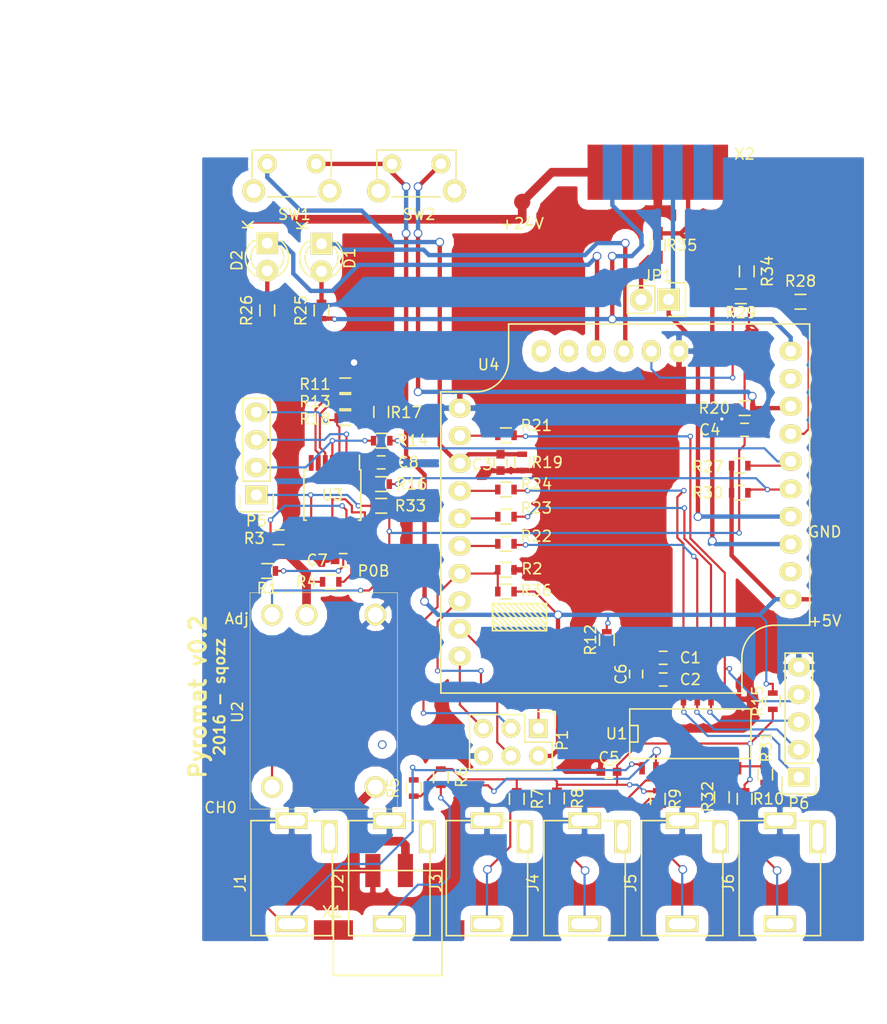
<source format=kicad_pcb>
(kicad_pcb (version 4) (host pcbnew 4.0.2-stable)
  (layers (0 F.Cu signal) (31 B.Cu signal) (34 B.Paste user) (35 F.Paste user) (36 B.SilkS user) (37 F.SilkS user) (38 B.Mask user) (39 F.Mask user) (44 Edge.Cuts user))
  (net 0 "")
  (net 1 GND)
  (net 2 "Net-(C1-Pad2)")
  (net 3 "Net-(C3-Pad1)")
  (net 4 "Net-(C4-Pad1)")
  (net 5 "Net-(C5-Pad2)")
  (net 6 "Net-(C7-Pad1)")
  (net 7 "Net-(C8-Pad1)")
  (net 8 "Net-(D1-Pad2)")
  (net 9 "Net-(D2-Pad2)")
  (net 10 /Sensoren/CH0)
  (net 11 /Sensoren/CH1)
  (net 12 /Sensoren/CH2)
  (net 13 /Sensoren/CH3)
  (net 14 /Sensoren/CH4)
  (net 15 /Sensoren/CH5)
  (net 16 "Net-(JP1-Pad1)")
  (net 17 "Net-(JP1-Pad2)")
  (net 18 "Net-(P1-Pad1)")
  (net 19 +5V)
  (net 20 "Net-(P1-Pad3)")
  (net 21 "Net-(P1-Pad4)")
  (net 22 "Net-(P1-Pad5)")
  (net 23 "Net-(P5-Pad1)")
  (net 24 /Lüftersteuerung/SDA_MCP45HV)
  (net 25 /Lüftersteuerung/SCL_MCP45HV)
  (net 26 /MCU/SPI_CLK)
  (net 27 /MCU/MISO)
  (net 28 /MCU/MOSI)
  (net 29 /MCU/~CS)
  (net 30 "Net-(R1-Pad1)")
  (net 31 "Net-(R1-Pad2)")
  (net 32 "Net-(R3-Pad2)")
  (net 33 +24V)
  (net 34 "Net-(R11-Pad1)")
  (net 35 "Net-(R13-Pad1)")
  (net 36 "Net-(R21-Pad1)")
  (net 37 "Net-(R22-Pad1)")
  (net 38 "Net-(R23-Pad1)")
  (net 39 "Net-(R24-Pad1)")
  (net 40 +12V)
  (net 41 /Lüftersteuerung/~FAN_Enable)
  (net 42 "Net-(R31-Pad1)")
  (net 43 "Net-(R32-Pad1)")
  (net 44 "Net-(R35-Pad1)")
  (net 45 "Net-(U3-Pad11)")
  (net 46 "Net-(D1-Pad1)")
  (net 47 "Net-(D2-Pad1)")
  (net 48 "Net-(R28-Pad2)")
  (net 49 "Net-(R29-Pad2)")
  (net 50 "Net-(U2-Pad5)")
  (net 51 "Net-(J1-Pad3)")
  (net 52 "Net-(J2-Pad3)")
  (net 53 "Net-(J3-Pad3)")
  (net 54 "Net-(J4-Pad3)")
  (net 55 "Net-(J5-Pad3)")
  (net 56 "Net-(J6-Pad3)")
  (net 57 "Net-(P5-Pad2)")
  (net 58 "Net-(P5-Pad3)")
  (net 59 "Net-(P5-Pad4)")
  (module byteworker:byteworker (layer F.Cu) (at 67 122.5 270)
    (fp_text reference U4 (at -9 13.6 540) (layer F.SilkS))
    (fp_text value Byteworker)
    (pad 17 thru_hole oval (at -10.25 -14.25) (size 2.032 1.7272) (drill 1.016) (layers *.Cu *.Mask F.SilkS) (net 40 +12V))
    (pad 18 thru_hole oval (at -7.71 -14.25) (size 2.032 1.7272) (drill 1.016) (layers *.Cu *.Mask F.SilkS))
    (pad 19 thru_hole oval (at -5.17 -14.25) (size 2.032 1.7272) (drill 1.016) (layers *.Cu *.Mask F.SilkS) (net 4 "Net-(C4-Pad1)"))
    (pad 20 thru_hole oval (at -2.63 -14.25) (size 2.032 1.7272) (drill 1.016) (layers *.Cu *.Mask F.SilkS) (net 48 "Net-(R28-Pad2)"))
    (pad 21 thru_hole oval (at -0.09 -14.25) (size 2.032 1.7272) (drill 1.016) (layers *.Cu *.Mask F.SilkS) (net 24 /Lüftersteuerung/SDA_MCP45HV))
    (pad 22 thru_hole oval (at 2.45 -14.25) (size 2.032 1.7272) (drill 1.016) (layers *.Cu *.Mask F.SilkS) (net 25 /Lüftersteuerung/SCL_MCP45HV))
    (pad 23 thru_hole oval (at 4.99 -14.25) (size 2.032 1.7272) (drill 1.016) (layers *.Cu *.Mask F.SilkS) (net 16 "Net-(JP1-Pad1)"))
    (pad 24 thru_hole oval (at 7.53 -14.25) (size 2.032 1.7272) (drill 1.016) (layers *.Cu *.Mask F.SilkS) (net 44 "Net-(R35-Pad1)"))
    (pad 25 thru_hole oval (at 10.07 -14.25) (size 2.032 1.7272) (drill 1.016) (layers *.Cu *.Mask F.SilkS))
    (pad 26 thru_hole oval (at 12.61 -14.25) (size 2.032 1.7272) (drill 1.016) (layers *.Cu *.Mask F.SilkS) (net 19 +5V))
    (pad 1 thru_hole oval (at 17.86 16.25) (size 2.032 1.7272) (drill 1.016) (layers *.Cu *.Mask F.SilkS) (net 22 "Net-(P1-Pad5)"))
    (pad 2 thru_hole oval (at 15.32 16.25) (size 2.032 1.7272) (drill 1.016) (layers *.Cu *.Mask F.SilkS) (net 18 "Net-(P1-Pad1)"))
    (pad 3 thru_hole oval (at 12.78 16.25) (size 2.032 1.7272) (drill 1.016) (layers *.Cu *.Mask F.SilkS) (net 21 "Net-(P1-Pad4)"))
    (pad 4 thru_hole oval (at 10.24 16.25) (size 2.032 1.7272) (drill 1.016) (layers *.Cu *.Mask F.SilkS) (net 20 "Net-(P1-Pad3)"))
    (pad 5 thru_hole oval (at 7.7 16.25) (size 2.032 1.7272) (drill 1.016) (layers *.Cu *.Mask F.SilkS) (net 37 "Net-(R22-Pad1)"))
    (pad 6 thru_hole oval (at 5.16 16.25) (size 2.032 1.7272) (drill 1.016) (layers *.Cu *.Mask F.SilkS) (net 38 "Net-(R23-Pad1)"))
    (pad 7 thru_hole oval (at 2.62 16.25) (size 2.032 1.7272) (drill 1.016) (layers *.Cu *.Mask F.SilkS) (net 39 "Net-(R24-Pad1)"))
    (pad 8 thru_hole oval (at 0.08 16.25) (size 2.032 1.7272) (drill 1.016) (layers *.Cu *.Mask F.SilkS) (net 3 "Net-(C3-Pad1)"))
    (pad 9 thru_hole oval (at -2.46 16.25) (size 2.032 1.7272) (drill 1.016) (layers *.Cu *.Mask F.SilkS) (net 36 "Net-(R21-Pad1)"))
    (pad 10 thru_hole oval (at -5 16.25) (size 2.032 1.7272) (drill 1.016) (layers *.Cu *.Mask F.SilkS) (net 1 GND))
    (pad 11 thru_hole oval (at -10.25 8.75 270) (size 2.032 1.7272) (drill 1.016) (layers *.Cu *.Mask F.SilkS))
    (pad 12 thru_hole oval (at -10.25 6.21 270) (size 2.032 1.7272) (drill 1.016) (layers *.Cu *.Mask F.SilkS))
    (pad 13 thru_hole oval (at -10.25 3.67 270) (size 2.032 1.7272) (drill 1.016) (layers *.Cu *.Mask F.SilkS) (net 47 "Net-(D2-Pad1)"))
    (pad 14 thru_hole oval (at -10.25 1.13 270) (size 2.032 1.7272) (drill 1.016) (layers *.Cu *.Mask F.SilkS) (net 46 "Net-(D1-Pad1)"))
    (pad 15 thru_hole oval (at -10.25 -1.41 270) (size 2.032 1.7272) (drill 1.016) (layers *.Cu *.Mask F.SilkS) (net 49 "Net-(R29-Pad2)"))
    (pad 16 thru_hole oval (at -10.25 -3.95 270) (size 2.032 1.7272) (drill 1.016) (layers *.Cu *.Mask F.SilkS) (net 1 GND))
  )
  (module Resistors_SMD:R_0603 (layer F.Cu) (at 34.05 129.4 180)
    (fp_text reference R3 (at 2.25 -0.1 180) (layer F.SilkS))
    (fp_text value 0R)
    (pad 1 smd rect (at -0.75 0 180) (size 0.5 0.9) (layers F.Cu F.Paste F.Mask) (net 1 GND))
    (pad 2 smd rect (at 0.75 0 180) (size 0.5 0.9) (layers F.Cu F.Paste F.Mask) (net 32 "Net-(R3-Pad2)"))
  )
  (module Housings_SSOP:TSSOP-14_4.4x5mm_Pitch0.65mm (layer F.Cu) (at 39 125.5 270)
    (fp_text reference U3 (at 0 0 360) (layer F.SilkS))
    (fp_text value MCP45HVx1-xxxx/ST)
    (pad 1 smd rect (at -2.95 -1.95 270) (size 1.45 0.45) (layers F.Cu F.Paste F.Mask) (net 7 "Net-(C8-Pad1)"))
    (pad 2 smd rect (at -2.95 -1.3 270) (size 1.45 0.45) (layers F.Cu F.Paste F.Mask) (net 58 "Net-(P5-Pad3)"))
    (pad 3 smd rect (at -2.95 -0.65 270) (size 1.45 0.45) (layers F.Cu F.Paste F.Mask) (net 59 "Net-(P5-Pad4)"))
    (pad 4 smd rect (at -2.95 0 270) (size 1.45 0.45) (layers F.Cu F.Paste F.Mask) (net 57 "Net-(P5-Pad2)"))
    (pad 5 smd rect (at -2.95 0.65 270) (size 1.45 0.45) (layers F.Cu F.Paste F.Mask) (net 35 "Net-(R13-Pad1)"))
    (pad 6 smd rect (at -2.95 1.3 270) (size 1.45 0.45) (layers F.Cu F.Paste F.Mask) (net 34 "Net-(R11-Pad1)"))
    (pad 7 smd rect (at -2.95 1.95 270) (size 1.45 0.45) (layers F.Cu F.Paste F.Mask))
    (pad 8 smd rect (at 2.95 1.95 270) (size 1.45 0.45) (layers F.Cu F.Paste F.Mask) (net 23 "Net-(P5-Pad1)"))
    (pad 9 smd rect (at 2.95 1.3 270) (size 1.45 0.45) (layers F.Cu F.Paste F.Mask) (net 1 GND))
    (pad 10 smd rect (at 2.95 0.65 270) (size 1.45 0.45) (layers F.Cu F.Paste F.Mask) (net 1 GND))
    (pad 11 smd rect (at 2.95 0 270) (size 1.45 0.45) (layers F.Cu F.Paste F.Mask) (net 45 "Net-(U3-Pad11)"))
    (pad 12 smd rect (at 2.95 -0.65 270) (size 1.45 0.45) (layers F.Cu F.Paste F.Mask) (net 31 "Net-(R1-Pad2)"))
    (pad 13 smd rect (at 2.95 -1.3 270) (size 1.45 0.45) (layers F.Cu F.Paste F.Mask) (net 32 "Net-(R3-Pad2)"))
    (pad 14 smd rect (at 2.95 -1.95 270) (size 1.45 0.45) (layers F.Cu F.Paste F.Mask) (net 6 "Net-(C7-Pad1)"))
  )
  (module subd9:DB9M_CI (layer F.Cu) (at 69 93.1)
    (fp_text reference X2 (at 8 1) (layer F.SilkS))
    (fp_text value SUB-D9)
    (pad 2 smd rect (at 2.794 2.667) (size 1.778 5.08) (layers F.Cu F.Mask) (net 44 "Net-(R35-Pad1)"))
    (pad 3 smd rect (at 0 2.667) (size 1.778 5.08) (layers F.Cu F.Mask) (net 1 GND))
    (pad 4 smd rect (at -2.794 2.667) (size 1.778 5.08) (layers F.Cu F.Mask))
    (pad 5 smd rect (at -5.588 2.667) (size 1.778 5.08) (layers F.Cu F.Mask) (net 33 +24V))
    (pad 1 smd rect (at 5.588 2.667) (size 1.778 5.08) (layers F.Cu F.Mask))
    (pad 9 smd rect (at -4.191 2.667) (size 1.778 5.08) (layers B.Cu B.Mask) (net 40 +12V))
    (pad 8 smd rect (at -1.397 2.667) (size 1.778 5.08) (layers B.Cu B.Mask))
    (pad 7 smd rect (at 1.397 2.667) (size 1.778 5.08) (layers B.Cu B.Mask) (net 16 "Net-(JP1-Pad1)"))
    (pad 6 smd rect (at 4.191 2.667) (size 1.778 5.08) (layers B.Cu B.Mask))
  )
  (module Capacitors_SMD:C_0603 (layer F.Cu) (at 69.5 140.5 180)
    (fp_text reference C1 (at -2.5 0 180) (layer F.SilkS))
    (fp_text value 100nF/10V)
    (pad 1 smd rect (at -0.75 0 180) (size 0.8 0.75) (layers F.Cu F.Paste F.Mask) (net 1 GND))
    (pad 2 smd rect (at 0.75 0 180) (size 0.8 0.75) (layers F.Cu F.Paste F.Mask) (net 2 "Net-(C1-Pad2)"))
  )
  (module Capacitors_SMD:C_0603 (layer F.Cu) (at 69.5 142.5)
    (fp_text reference C2 (at 2.5 0) (layer F.SilkS))
    (fp_text value 100nF/10V)
    (pad 1 smd rect (at -0.75 0) (size 0.8 0.75) (layers F.Cu F.Paste F.Mask) (net 2 "Net-(C1-Pad2)"))
    (pad 2 smd rect (at 0.75 0) (size 0.8 0.75) (layers F.Cu F.Paste F.Mask) (net 1 GND))
  )
  (module Capacitors_SMD:C_0603 (layer F.Cu) (at 54.5 122.5 270)
    (fp_text reference C3 (at 0.2 1.7 360) (layer F.SilkS))
    (fp_text value 10nF/10V)
    (pad 1 smd rect (at -0.75 0 270) (size 0.8 0.75) (layers F.Cu F.Paste F.Mask) (net 3 "Net-(C3-Pad1)"))
    (pad 2 smd rect (at 0.75 0 270) (size 0.8 0.75) (layers F.Cu F.Paste F.Mask) (net 1 GND))
  )
  (module Capacitors_SMD:C_0603 (layer F.Cu) (at 77 119.5 180)
    (fp_text reference C4 (at 3.2 0 180) (layer F.SilkS))
    (fp_text value 10nF/10V)
    (pad 1 smd rect (at -0.75 0 180) (size 0.8 0.75) (layers F.Cu F.Paste F.Mask) (net 4 "Net-(C4-Pad1)"))
    (pad 2 smd rect (at 0.75 0 180) (size 0.8 0.75) (layers F.Cu F.Paste F.Mask) (net 1 GND))
  )
  (module Capacitors_SMD:C_0603 (layer F.Cu) (at 64.5 151)
    (fp_text reference C5 (at 0 -1.3) (layer F.SilkS))
    (fp_text value 1uF/10V)
    (pad 1 smd rect (at -0.75 0) (size 0.8 0.75) (layers F.Cu F.Paste F.Mask) (net 1 GND))
    (pad 2 smd rect (at 0.75 0) (size 0.8 0.75) (layers F.Cu F.Paste F.Mask) (net 5 "Net-(C5-Pad2)"))
  )
  (module Capacitors_SMD:C_0603 (layer F.Cu) (at 67 142 270)
    (fp_text reference C6 (at 0 1.4 270) (layer F.SilkS))
    (fp_text value 1uF/10V)
    (pad 1 smd rect (at -0.75 0 270) (size 0.8 0.75) (layers F.Cu F.Paste F.Mask) (net 1 GND))
    (pad 2 smd rect (at 0.75 0 270) (size 0.8 0.75) (layers F.Cu F.Paste F.Mask) (net 2 "Net-(C1-Pad2)"))
  )
  (module Capacitors_SMD:C_0603 (layer F.Cu) (at 40 131.5 180)
    (fp_text reference C7 (at 2.4 0 180) (layer F.SilkS))
    (fp_text value 100nF/50V)
    (pad 1 smd rect (at -0.75 0 180) (size 0.8 0.75) (layers F.Cu F.Paste F.Mask) (net 6 "Net-(C7-Pad1)"))
    (pad 2 smd rect (at 0.75 0 180) (size 0.8 0.75) (layers F.Cu F.Paste F.Mask) (net 1 GND))
  )
  (module Capacitors_SMD:C_0603 (layer F.Cu) (at 43.5 122.5)
    (fp_text reference C8 (at 2.5 0 180) (layer F.SilkS))
    (fp_text value 100nF/10V)
    (pad 1 smd rect (at -0.75 0) (size 0.8 0.75) (layers F.Cu F.Paste F.Mask) (net 7 "Net-(C8-Pad1)"))
    (pad 2 smd rect (at 0.75 0) (size 0.8 0.75) (layers F.Cu F.Paste F.Mask) (net 1 GND))
  )
  (module Pin_Headers:Pin_Header_Straight_1x02 (layer F.Cu) (at 70 107.5 270)
    (fp_text reference JP1 (at -2.2 1 360) (layer F.SilkS))
    (fp_text value Jumper_NO_Small)
    (pad 1 thru_hole rect (at 0 0 270) (size 2.032 2.032) (drill 1.016) (layers *.Cu *.Mask F.SilkS) (net 16 "Net-(JP1-Pad1)"))
    (pad 2 thru_hole oval (at 0 2.54 270) (size 2.032 2.032) (drill 1.016) (layers *.Cu *.Mask F.SilkS) (net 17 "Net-(JP1-Pad2)"))
  )
  (module Pin_Headers:Pin_Header_Straight_1x04 (layer F.Cu) (at 32 125.5 180)
    (fp_text reference P5 (at 0 -2.4 180) (layer F.SilkS))
    (fp_text value I2C_DEBUG)
    (pad 1 thru_hole rect (at 0 0 180) (size 2.032 1.7272) (drill 1.016) (layers *.Cu *.Mask F.SilkS) (net 23 "Net-(P5-Pad1)"))
    (pad 2 thru_hole oval (at 0 2.54 180) (size 2.032 1.7272) (drill 1.016) (layers *.Cu *.Mask F.SilkS) (net 57 "Net-(P5-Pad2)"))
    (pad 3 thru_hole oval (at 0 5.08 180) (size 2.032 1.7272) (drill 1.016) (layers *.Cu *.Mask F.SilkS) (net 58 "Net-(P5-Pad3)"))
    (pad 4 thru_hole oval (at 0 7.62 180) (size 2.032 1.7272) (drill 1.016) (layers *.Cu *.Mask F.SilkS) (net 59 "Net-(P5-Pad4)"))
  )
  (module Pin_Headers:Pin_Header_Straight_1x05 (layer F.Cu) (at 82 151.5 180)
    (fp_text reference P6 (at 0 -2.4 180) (layer F.SilkS))
    (fp_text value SPI_DEBUG)
    (pad 1 thru_hole rect (at 0 0 180) (size 2.032 1.7272) (drill 1.016) (layers *.Cu *.Mask F.SilkS) (net 26 /MCU/SPI_CLK))
    (pad 2 thru_hole oval (at 0 2.54 180) (size 2.032 1.7272) (drill 1.016) (layers *.Cu *.Mask F.SilkS) (net 27 /MCU/MISO))
    (pad 3 thru_hole oval (at 0 5.08 180) (size 2.032 1.7272) (drill 1.016) (layers *.Cu *.Mask F.SilkS) (net 28 /MCU/MOSI))
    (pad 4 thru_hole oval (at 0 7.62 180) (size 2.032 1.7272) (drill 1.016) (layers *.Cu *.Mask F.SilkS) (net 29 /MCU/~CS))
    (pad 5 thru_hole oval (at 0 10.16 180) (size 2.032 1.7272) (drill 1.016) (layers *.Cu *.Mask F.SilkS) (net 1 GND))
  )
  (module Resistors_SMD:R_0603 (layer F.Cu) (at 33 132.5)
    (fp_text reference R1 (at 0 1.6) (layer F.SilkS))
    (fp_text value 0R)
    (pad 1 smd rect (at -0.75 0) (size 0.5 0.9) (layers F.Cu F.Paste F.Mask) (net 30 "Net-(R1-Pad1)"))
    (pad 2 smd rect (at 0.75 0) (size 0.5 0.9) (layers F.Cu F.Paste F.Mask) (net 31 "Net-(R1-Pad2)"))
  )
  (module Resistors_SMD:R_0603 (layer F.Cu) (at 38.85 133.5)
    (fp_text reference R4 (at -2.25 0) (layer F.SilkS))
    (fp_text value 0R)
    (pad 1 smd rect (at -0.75 0) (size 0.5 0.9) (layers F.Cu F.Paste F.Mask) (net 33 +24V))
    (pad 2 smd rect (at 0.75 0) (size 0.5 0.9) (layers F.Cu F.Paste F.Mask) (net 6 "Net-(C7-Pad1)"))
  )
  (module Resistors_SMD:R_0603 (layer F.Cu) (at 46.5 152.5 90)
    (fp_text reference R5 (at 0 -1.9 90) (layer F.SilkS))
    (fp_text value 10k)
    (pad 1 smd rect (at -0.75 0 90) (size 0.5 0.9) (layers F.Cu F.Paste F.Mask) (net 5 "Net-(C5-Pad2)"))
    (pad 2 smd rect (at 0.75 0 90) (size 0.5 0.9) (layers F.Cu F.Paste F.Mask) (net 10 /Sensoren/CH0))
  )
  (module Resistors_SMD:R_0603 (layer F.Cu) (at 49 151.5 270)
    (fp_text reference R6 (at 0 -1.9 270) (layer F.SilkS))
    (fp_text value 10k)
    (pad 1 smd rect (at -0.75 0 270) (size 0.5 0.9) (layers F.Cu F.Paste F.Mask) (net 5 "Net-(C5-Pad2)"))
    (pad 2 smd rect (at 0.75 0 270) (size 0.5 0.9) (layers F.Cu F.Paste F.Mask) (net 11 /Sensoren/CH1))
  )
  (module Resistors_SMD:R_0603 (layer F.Cu) (at 56 153.5 270)
    (fp_text reference R7 (at 0 -1.9 270) (layer F.SilkS))
    (fp_text value 10k)
    (pad 1 smd rect (at -0.75 0 270) (size 0.5 0.9) (layers F.Cu F.Paste F.Mask) (net 5 "Net-(C5-Pad2)"))
    (pad 2 smd rect (at 0.75 0 270) (size 0.5 0.9) (layers F.Cu F.Paste F.Mask) (net 12 /Sensoren/CH2))
  )
  (module Resistors_SMD:R_0603 (layer F.Cu) (at 59.7 153.45 270)
    (fp_text reference R8 (at 0 -1.9 270) (layer F.SilkS))
    (fp_text value 10k)
    (pad 1 smd rect (at -0.75 0 270) (size 0.5 0.9) (layers F.Cu F.Paste F.Mask) (net 5 "Net-(C5-Pad2)"))
    (pad 2 smd rect (at 0.75 0 270) (size 0.5 0.9) (layers F.Cu F.Paste F.Mask) (net 13 /Sensoren/CH3))
  )
  (module Resistors_SMD:R_0603 (layer F.Cu) (at 69 153.5 270)
    (fp_text reference R9 (at 0 -1.6 270) (layer F.SilkS))
    (fp_text value 10k)
    (pad 1 smd rect (at -0.75 0 270) (size 0.5 0.9) (layers F.Cu F.Paste F.Mask) (net 5 "Net-(C5-Pad2)"))
    (pad 2 smd rect (at 0.75 0 270) (size 0.5 0.9) (layers F.Cu F.Paste F.Mask) (net 14 /Sensoren/CH4))
  )
  (module Resistors_SMD:R_0603 (layer F.Cu) (at 77 153.5 270)
    (fp_text reference R10 (at 0 -2.2 360) (layer F.SilkS))
    (fp_text value 10k)
    (pad 1 smd rect (at -0.75 0 270) (size 0.5 0.9) (layers F.Cu F.Paste F.Mask) (net 5 "Net-(C5-Pad2)"))
    (pad 2 smd rect (at 0.75 0 270) (size 0.5 0.9) (layers F.Cu F.Paste F.Mask) (net 15 /Sensoren/CH5))
  )
  (module Resistors_SMD:R_0603 (layer F.Cu) (at 40.190884 115.403712)
    (fp_text reference R11 (at -2.790884 -0.103712) (layer F.SilkS))
    (fp_text value 1k)
    (pad 1 smd rect (at -0.75 0) (size 0.5 0.9) (layers F.Cu F.Paste F.Mask) (net 34 "Net-(R11-Pad1)"))
    (pad 2 smd rect (at 0.75 0) (size 0.5 0.9) (layers F.Cu F.Paste F.Mask) (net 1 GND))
  )
  (module Resistors_SMD:R_0603 (layer F.Cu) (at 64.3 138.85 90)
    (fp_text reference R12 (at 0 -1.5 90) (layer F.SilkS))
    (fp_text value 0R)
    (pad 1 smd rect (at -0.75 0 90) (size 0.5 0.9) (layers F.Cu F.Paste F.Mask) (net 2 "Net-(C1-Pad2)"))
    (pad 2 smd rect (at 0.75 0 90) (size 0.5 0.9) (layers F.Cu F.Paste F.Mask) (net 19 +5V))
  )
  (module Resistors_SMD:R_0603 (layer F.Cu) (at 40.190884 116.903712)
    (fp_text reference R13 (at -2.790884 -0.003712) (layer F.SilkS))
    (fp_text value 1k)
    (pad 1 smd rect (at -0.75 0) (size 0.5 0.9) (layers F.Cu F.Paste F.Mask) (net 35 "Net-(R13-Pad1)"))
    (pad 2 smd rect (at 0.75 0) (size 0.5 0.9) (layers F.Cu F.Paste F.Mask) (net 1 GND))
  )
  (module Resistors_SMD:R_0603 (layer F.Cu) (at 43.55 120.5)
    (fp_text reference R14 (at 2.85 0) (layer F.SilkS))
    (fp_text value 0R)
    (pad 1 smd rect (at -0.75 0) (size 0.5 0.9) (layers F.Cu F.Paste F.Mask) (net 57 "Net-(P5-Pad2)"))
    (pad 2 smd rect (at 0.75 0) (size 0.5 0.9) (layers F.Cu F.Paste F.Mask) (net 24 /Lüftersteuerung/SDA_MCP45HV))
  )
  (module Resistors_SMD:R_0603 (layer F.Cu) (at 79.6 144.5 90)
    (fp_text reference R15 (at 0 -1.4 90) (layer F.SilkS))
    (fp_text value 0R)
    (pad 1 smd rect (at -0.75 0 90) (size 0.5 0.9) (layers F.Cu F.Paste F.Mask) (net 5 "Net-(C5-Pad2)"))
    (pad 2 smd rect (at 0.75 0 90) (size 0.5 0.9) (layers F.Cu F.Paste F.Mask) (net 19 +5V))
  )
  (module Resistors_SMD:R_0603 (layer F.Cu) (at 43.5 124.5)
    (fp_text reference R16 (at 2.8 0 180) (layer F.SilkS))
    (fp_text value 0R)
    (pad 1 smd rect (at -0.75 0) (size 0.5 0.9) (layers F.Cu F.Paste F.Mask) (net 58 "Net-(P5-Pad3)"))
    (pad 2 smd rect (at 0.75 0) (size 0.5 0.9) (layers F.Cu F.Paste F.Mask) (net 25 /Lüftersteuerung/SCL_MCP45HV))
  )
  (module Resistors_SMD:R_0603 (layer F.Cu) (at 43.5 117.85 90)
    (fp_text reference R17 (at -0.05 2.3 180) (layer F.SilkS))
    (fp_text value 0R)
    (pad 1 smd rect (at -0.75 0 90) (size 0.5 0.9) (layers F.Cu F.Paste F.Mask) (net 7 "Net-(C8-Pad1)"))
    (pad 2 smd rect (at 0.75 0 90) (size 0.5 0.9) (layers F.Cu F.Paste F.Mask) (net 19 +5V))
  )
  (module Resistors_SMD:R_0603 (layer F.Cu) (at 40.190884 118.403712)
    (fp_text reference R18 (at -2.790884 0.096288) (layer F.SilkS))
    (fp_text value 1k)
    (pad 1 smd rect (at -0.75 0) (size 0.5 0.9) (layers F.Cu F.Paste F.Mask) (net 59 "Net-(P5-Pad4)"))
    (pad 2 smd rect (at 0.75 0) (size 0.5 0.9) (layers F.Cu F.Paste F.Mask) (net 1 GND))
  )
  (module Resistors_SMD:R_0603 (layer F.Cu) (at 56.5 122.5 270)
    (fp_text reference R19 (at 0 -2.3 360) (layer F.SilkS))
    (fp_text value 1k)
    (pad 1 smd rect (at -0.75 0 270) (size 0.5 0.9) (layers F.Cu F.Paste F.Mask) (net 3 "Net-(C3-Pad1)"))
    (pad 2 smd rect (at 0.75 0 270) (size 0.5 0.9) (layers F.Cu F.Paste F.Mask) (net 1 GND))
  )
  (module Resistors_SMD:R_0603 (layer F.Cu) (at 77 117.5 180)
    (fp_text reference R20 (at 2.8 0 180) (layer F.SilkS))
    (fp_text value 1k)
    (pad 1 smd rect (at -0.75 0 180) (size 0.5 0.9) (layers F.Cu F.Paste F.Mask) (net 4 "Net-(C4-Pad1)"))
    (pad 2 smd rect (at 0.75 0 180) (size 0.5 0.9) (layers F.Cu F.Paste F.Mask) (net 1 GND))
  )
  (module Resistors_SMD:R_0603 (layer F.Cu) (at 55 120)
    (fp_text reference R21 (at 2.8 -0.9) (layer F.SilkS))
    (fp_text value 100R)
    (pad 1 smd rect (at -0.75 0) (size 0.5 0.9) (layers F.Cu F.Paste F.Mask) (net 36 "Net-(R21-Pad1)"))
    (pad 2 smd rect (at 0.75 0) (size 0.5 0.9) (layers F.Cu F.Paste F.Mask) (net 29 /MCU/~CS))
  )
  (module Resistors_SMD:R_0603 (layer F.Cu) (at 55 130)
    (fp_text reference R22 (at 2.8 -0.7) (layer F.SilkS))
    (fp_text value 100R)
    (pad 1 smd rect (at -0.75 0) (size 0.5 0.9) (layers F.Cu F.Paste F.Mask) (net 37 "Net-(R22-Pad1)"))
    (pad 2 smd rect (at 0.75 0) (size 0.5 0.9) (layers F.Cu F.Paste F.Mask) (net 27 /MCU/MISO))
  )
  (module Resistors_SMD:R_0603 (layer F.Cu) (at 55 127.5)
    (fp_text reference R23 (at 2.8 -0.8) (layer F.SilkS))
    (fp_text value 100R)
    (pad 1 smd rect (at -0.75 0) (size 0.5 0.9) (layers F.Cu F.Paste F.Mask) (net 38 "Net-(R23-Pad1)"))
    (pad 2 smd rect (at 0.75 0) (size 0.5 0.9) (layers F.Cu F.Paste F.Mask) (net 28 /MCU/MOSI))
  )
  (module Resistors_SMD:R_0603 (layer F.Cu) (at 55 125)
    (fp_text reference R24 (at 2.8 -0.5) (layer F.SilkS))
    (fp_text value 100R)
    (pad 1 smd rect (at -0.75 0) (size 0.5 0.9) (layers F.Cu F.Paste F.Mask) (net 39 "Net-(R24-Pad1)"))
    (pad 2 smd rect (at 0.75 0) (size 0.5 0.9) (layers F.Cu F.Paste F.Mask) (net 26 /MCU/SPI_CLK))
  )
  (module Resistors_SMD:R_0603 (layer F.Cu) (at 38 108.5 90)
    (fp_text reference R25 (at 0 -1.9 90) (layer F.SilkS))
    (fp_text value 1k)
    (pad 1 smd rect (at -0.75 0 90) (size 0.5 0.9) (layers F.Cu F.Paste F.Mask) (net 40 +12V))
    (pad 2 smd rect (at 0.75 0 90) (size 0.5 0.9) (layers F.Cu F.Paste F.Mask) (net 8 "Net-(D1-Pad2)"))
  )
  (module Resistors_SMD:R_0603 (layer F.Cu) (at 33 108.5 90)
    (fp_text reference R26 (at 0 -1.9 90) (layer F.SilkS))
    (fp_text value 1k)
    (pad 1 smd rect (at -0.75 0 90) (size 0.5 0.9) (layers F.Cu F.Paste F.Mask) (net 40 +12V))
    (pad 2 smd rect (at 0.75 0 90) (size 0.5 0.9) (layers F.Cu F.Paste F.Mask) (net 9 "Net-(D2-Pad2)"))
  )
  (module Resistors_SMD:R_0603 (layer F.Cu) (at 76.55 122.8 180)
    (fp_text reference R27 (at 2.95 -0.1 180) (layer F.SilkS))
    (fp_text value 1k)
    (pad 1 smd rect (at -0.75 0 180) (size 0.5 0.9) (layers F.Cu F.Paste F.Mask) (net 24 /Lüftersteuerung/SDA_MCP45HV))
    (pad 2 smd rect (at 0.75 0 180) (size 0.5 0.9) (layers F.Cu F.Paste F.Mask) (net 19 +5V))
  )
  (module Resistors_SMD:R_0603 (layer F.Cu) (at 82.15 107.7)
    (fp_text reference R28 (at 0 -1.9) (layer F.SilkS))
    (fp_text value 0R)
    (pad 1 smd rect (at -0.75 0) (size 0.5 0.9) (layers F.Cu F.Paste F.Mask) (net 41 /Lüftersteuerung/~FAN_Enable))
    (pad 2 smd rect (at 0.75 0) (size 0.5 0.9) (layers F.Cu F.Paste F.Mask) (net 48 "Net-(R28-Pad2)"))
  )
  (module Resistors_SMD:R_0603 (layer F.Cu) (at 76.65 107.2 180)
    (fp_text reference R29 (at 0 -1.5 180) (layer F.SilkS))
    (fp_text value nb)
    (pad 1 smd rect (at -0.75 0 180) (size 0.5 0.9) (layers F.Cu F.Paste F.Mask) (net 41 /Lüftersteuerung/~FAN_Enable))
    (pad 2 smd rect (at 0.75 0 180) (size 0.5 0.9) (layers F.Cu F.Paste F.Mask) (net 49 "Net-(R29-Pad2)"))
  )
  (module Resistors_SMD:R_0603 (layer F.Cu) (at 76.55 125.3 180)
    (fp_text reference R30 (at 2.95 0 180) (layer F.SilkS))
    (fp_text value 1k)
    (pad 1 smd rect (at -0.75 0 180) (size 0.5 0.9) (layers F.Cu F.Paste F.Mask) (net 25 /Lüftersteuerung/SCL_MCP45HV))
    (pad 2 smd rect (at 0.75 0 180) (size 0.5 0.9) (layers F.Cu F.Paste F.Mask) (net 19 +5V))
  )
  (module Resistors_SMD:R_0603 (layer F.Cu) (at 78.9 151.25 270)
    (fp_text reference R31 (at -2.55 -0.1 270) (layer F.SilkS))
    (fp_text value 1k)
    (pad 1 smd rect (at -0.75 0 270) (size 0.5 0.9) (layers F.Cu F.Paste F.Mask) (net 42 "Net-(R31-Pad1)"))
    (pad 2 smd rect (at 0.75 0 270) (size 0.5 0.9) (layers F.Cu F.Paste F.Mask) (net 1 GND))
  )
  (module Resistors_SMD:R_0603 (layer F.Cu) (at 74.9 153.35 270)
    (fp_text reference R32 (at -0.05 1.3 270) (layer F.SilkS))
    (fp_text value 1k)
    (pad 1 smd rect (at -0.75 0 270) (size 0.5 0.9) (layers F.Cu F.Paste F.Mask) (net 43 "Net-(R32-Pad1)"))
    (pad 2 smd rect (at 0.75 0 270) (size 0.5 0.9) (layers F.Cu F.Paste F.Mask) (net 1 GND))
  )
  (module Resistors_SMD:R_0603 (layer F.Cu) (at 43.5 126.5 180)
    (fp_text reference R33 (at -2.7 0 180) (layer F.SilkS))
    (fp_text value 0R)
    (pad 1 smd rect (at -0.75 0 180) (size 0.5 0.9) (layers F.Cu F.Paste F.Mask) (net 41 /Lüftersteuerung/~FAN_Enable))
    (pad 2 smd rect (at 0.75 0 180) (size 0.5 0.9) (layers F.Cu F.Paste F.Mask) (net 23 "Net-(P5-Pad1)"))
  )
  (module Resistors_SMD:R_0603 (layer F.Cu) (at 77.2 104.9 270)
    (fp_text reference R34 (at 0 -1.9 270) (layer F.SilkS))
    (fp_text value 1k)
    (pad 1 smd rect (at -0.75 0 270) (size 0.5 0.9) (layers F.Cu F.Paste F.Mask) (net 1 GND))
    (pad 2 smd rect (at 0.75 0 270) (size 0.5 0.9) (layers F.Cu F.Paste F.Mask) (net 41 /Lüftersteuerung/~FAN_Enable))
  )
  (module Resistors_SMD:R_0603_HandSoldering (layer F.Cu) (at 69 102.5 270)
    (fp_text reference R35 (at 0 -2.2 360) (layer F.SilkS))
    (fp_text value 240R)
    (pad 1 smd rect (at -1.1 0 270) (size 1.2 0.9) (layers F.Cu F.Paste F.Mask) (net 44 "Net-(R35-Pad1)"))
    (pad 2 smd rect (at 1.1 0 270) (size 1.2 0.9) (layers F.Cu F.Paste F.Mask) (net 17 "Net-(JP1-Pad2)"))
  )
  (module Buttons_Switches_ThroughHole:SW_Tactile_SPST_Angled (layer F.Cu) (at 33 95)
    (fp_text reference SW1 (at 2.5 4.65) (layer F.SilkS))
    (fp_text value SW_NB)
    (pad "" thru_hole circle (at 5.76 2.49) (size 2.1 2.1) (drill 1.3) (layers *.Cu *.Mask F.SilkS))
    (pad 2 thru_hole circle (at 4.5 0) (size 1.75 1.75) (drill 0.99) (layers *.Cu *.Mask F.SilkS) (net 19 +5V))
    (pad 1 thru_hole circle (at 0 0) (size 1.75 1.75) (drill 0.99) (layers *.Cu *.Mask F.SilkS) (net 3 "Net-(C3-Pad1)"))
    (pad "" thru_hole circle (at -1.25 2.49) (size 2.1 2.1) (drill 1.3) (layers *.Cu *.Mask F.SilkS))
  )
  (module Buttons_Switches_ThroughHole:SW_Tactile_SPST_Angled (layer F.Cu) (at 44.5 95)
    (fp_text reference SW2 (at 2.5 4.65) (layer F.SilkS))
    (fp_text value SW_INIT)
    (pad "" thru_hole circle (at 5.76 2.49) (size 2.1 2.1) (drill 1.3) (layers *.Cu *.Mask F.SilkS))
    (pad 2 thru_hole circle (at 4.5 0) (size 1.75 1.75) (drill 0.99) (layers *.Cu *.Mask F.SilkS) (net 4 "Net-(C4-Pad1)"))
    (pad 1 thru_hole circle (at 0 0) (size 1.75 1.75) (drill 0.99) (layers *.Cu *.Mask F.SilkS) (net 19 +5V))
    (pad "" thru_hole circle (at -1.25 2.49) (size 2.1 2.1) (drill 1.3) (layers *.Cu *.Mask F.SilkS))
  )
  (module SMD_Packages:SO-16-N (layer F.Cu) (at 72 147.5)
    (fp_text reference U1 (at -6.8 0) (layer F.SilkS))
    (fp_text value MCP3208)
    (pad 16 smd rect (at -4.445 -3.175) (size 0.508 1.143) (layers F.Cu F.Paste F.Mask) (net 2 "Net-(C1-Pad2)"))
    (pad 14 smd rect (at -1.905 -3.175) (size 0.508 1.143) (layers F.Cu F.Paste F.Mask) (net 1 GND))
    (pad 13 smd rect (at -0.635 -3.175) (size 0.508 1.143) (layers F.Cu F.Paste F.Mask) (net 26 /MCU/SPI_CLK))
    (pad 12 smd rect (at 0.635 -3.175) (size 0.508 1.143) (layers F.Cu F.Paste F.Mask) (net 27 /MCU/MISO))
    (pad 11 smd rect (at 1.905 -3.175) (size 0.508 1.143) (layers F.Cu F.Paste F.Mask) (net 28 /MCU/MOSI))
    (pad 10 smd rect (at 3.175 -3.175) (size 0.508 1.143) (layers F.Cu F.Paste F.Mask) (net 29 /MCU/~CS))
    (pad 9 smd rect (at 4.445 -3.175) (size 0.508 1.143) (layers F.Cu F.Paste F.Mask) (net 1 GND))
    (pad 8 smd rect (at 4.445 3.175) (size 0.508 1.143) (layers F.Cu F.Paste F.Mask) (net 42 "Net-(R31-Pad1)"))
    (pad 7 smd rect (at 3.175 3.175) (size 0.508 1.143) (layers F.Cu F.Paste F.Mask) (net 43 "Net-(R32-Pad1)"))
    (pad 6 smd rect (at 1.905 3.175) (size 0.508 1.143) (layers F.Cu F.Paste F.Mask) (net 15 /Sensoren/CH5))
    (pad 5 smd rect (at 0.635 3.175) (size 0.508 1.143) (layers F.Cu F.Paste F.Mask) (net 14 /Sensoren/CH4))
    (pad 4 smd rect (at -0.635 3.175) (size 0.508 1.143) (layers F.Cu F.Paste F.Mask) (net 13 /Sensoren/CH3))
    (pad 3 smd rect (at -1.905 3.175) (size 0.508 1.143) (layers F.Cu F.Paste F.Mask) (net 12 /Sensoren/CH2))
    (pad 2 smd rect (at -3.175 3.175) (size 0.508 1.143) (layers F.Cu F.Paste F.Mask) (net 11 /Sensoren/CH1))
    (pad 1 smd rect (at -4.445 3.175) (size 0.508 1.143) (layers F.Cu F.Paste F.Mask) (net 10 /Sensoren/CH0))
    (pad 15 smd rect (at -3.175 -3.175) (size 0.508 1.143) (layers F.Cu F.Paste F.Mask) (net 2 "Net-(C1-Pad2)"))
  )
  (module Measurement_Points:Measurement_Point_Round-SMD-Pad_Small (layer F.Cu) (at 84.4 130.9)
    (fp_text reference GND (at 0 -2) (layer F.SilkS))
    (fp_text value TEST_1P)
    (pad 1 smd circle (at 0 0) (size 1.5 1.5) (layers F.Cu F.Mask) (net 1 GND))
  )
  (module Measurement_Points:Measurement_Point_Round-SMD-Pad_Small (layer F.Cu) (at 56.5 98.5)
    (fp_text reference W8 hide)
    (fp_text value +24V (at 0 2) (layer F.SilkS))
    (pad 1 smd circle (at 0 0) (size 1.5 1.5) (layers F.Cu F.Mask) (net 33 +24V))
  )
  (module Measurement_Points:Measurement_Point_Round-SMD-Pad_Small (layer F.Cu) (at 30.2 134.9)
    (fp_text reference W9 hide)
    (fp_text value Adj (at 0 2) (layer F.SilkS))
    (pad 1 smd circle (at 0 0) (size 1.5 1.5) (layers F.Cu F.Mask) (net 30 "Net-(R1-Pad1)"))
  )
  (module Measurement_Points:Measurement_Point_Round-SMD-Pad_Small (layer F.Cu) (at 42.8 130.5)
    (fp_text reference W10 hide)
    (fp_text value P0B (at 0 2) (layer F.SilkS))
    (pad 1 smd circle (at 0 0) (size 1.5 1.5) (layers F.Cu F.Mask) (net 45 "Net-(U3-Pad11)"))
  )
  (module Measurement_Points:Measurement_Point_Round-SMD-Pad_Small (layer F.Cu) (at 84.4 135.1)
    (fp_text reference W11 hide)
    (fp_text value +5V (at 0 2) (layer F.SilkS))
    (pad 1 smd circle (at 0 0) (size 1.5 1.5) (layers F.Cu F.Mask) (net 19 +5V))
  )
  (module Measurement_Points:Measurement_Point_Round-SMD-Pad_Small (layer F.Cu) (at 31.2 154.3)
    (fp_text reference W12 hide)
    (fp_text value CH0 (at -2.5 0) (layer F.SilkS))
    (pad 1 smd circle (at 0 0) (size 1.5 1.5) (layers F.Cu F.Mask) (net 10 /Sensoren/CH0))
  )
  (module mate-n-lok:2-1445057-2 (layer F.Cu) (at 39.1 160.1)
    (fp_text reference X1 (at -0.1 3.8 180) (layer F.SilkS))
    (fp_text value PWR_FAN)
    (pad 1 smd rect (at 3.635 0) (size 1.4 3.05) (layers F.Cu F.Paste F.Mask) (net 1 GND))
    (pad 2 smd rect (at 6.635 0) (size 1.4 3.05) (layers F.Cu F.Paste F.Mask) (net 50 "Net-(U2-Pad5)"))
    (pad 3 smd rect (at 0 5.48) (size 3.6 1.8) (layers F.Cu F.Paste F.Mask))
    (pad 4 smd rect (at 10.27 5.48) (size 3.6 1.8) (layers F.Cu F.Paste F.Mask))
  )
  (module PTN78000H:PTN78000H (layer F.Cu) (at 45 134.5 270)
    (fp_text reference U2 (at 11 14.75 270) (layer F.SilkS))
    (fp_text value PTN78000W)
    (pad 4 thru_hole circle (at 17.91 11.56 270) (size 2 2) (drill 1.4) (layers *.Cu *.Mask F.SilkS) (net 30 "Net-(R1-Pad1)"))
    (pad 5 thru_hole circle (at 17.91 2.03 270) (size 2 2) (drill 1.4) (layers *.Cu *.Mask F.SilkS) (net 50 "Net-(U2-Pad5)"))
    (pad 3 thru_hole circle (at 2.03 11.56 270) (size 2 2) (drill 1.4) (layers *.Cu *.Mask F.SilkS) (net 41 /Lüftersteuerung/~FAN_Enable))
    (pad 2 thru_hole circle (at 2.03 8.38 270) (size 2 2) (drill 1.4) (layers *.Cu *.Mask F.SilkS) (net 33 +24V))
    (pad 1 thru_hole circle (at 2.03 2.03 270) (size 2 2) (drill 1.4) (layers *.Cu *.Mask F.SilkS) (net 1 GND))
  )
  (module Pin_Headers:Pin_Header_Straight_2x03 (layer F.Cu) (at 58 147 270)
    (fp_text reference P1 (at 1.1 -2.2 270) (layer F.SilkS))
    (fp_text value ISP_HEADER)
    (pad 1 thru_hole rect (at 0 0 270) (size 1.7272 1.7272) (drill 1.016) (layers *.Cu *.Mask F.SilkS) (net 18 "Net-(P1-Pad1)"))
    (pad 2 thru_hole oval (at 2.54 0 270) (size 1.7272 1.7272) (drill 1.016) (layers *.Cu *.Mask F.SilkS) (net 19 +5V))
    (pad 3 thru_hole oval (at 0 2.54 270) (size 1.7272 1.7272) (drill 1.016) (layers *.Cu *.Mask F.SilkS) (net 20 "Net-(P1-Pad3)"))
    (pad 4 thru_hole oval (at 2.54 2.54 270) (size 1.7272 1.7272) (drill 1.016) (layers *.Cu *.Mask F.SilkS) (net 21 "Net-(P1-Pad4)"))
    (pad 5 thru_hole oval (at 0 5.08 270) (size 1.7272 1.7272) (drill 1.016) (layers *.Cu *.Mask F.SilkS) (net 22 "Net-(P1-Pad5)"))
    (pad 6 thru_hole oval (at 2.54 5.08 270) (size 1.7272 1.7272) (drill 1.016) (layers *.Cu *.Mask F.SilkS) (net 1 GND))
  )
  (module PTN78000H:MJ-2508 (layer F.Cu) (at 39 155.5 270)
    (fp_text reference J1 (at 5.75 8.5 270) (layer F.SilkS))
    (fp_text value CH0)
    (pad 3 thru_hole rect (at 1.5 0.25) (size 1.5 3) (drill oval 1 2.5) (layers *.Cu *.Mask F.SilkS) (net 51 "Net-(J1-Pad3)"))
    (pad 2 thru_hole rect (at 0 3.75 270) (size 1.5 3) (drill oval 1 2.5) (layers *.Cu *.Mask F.SilkS) (net 1 GND))
    (pad 1 thru_hole rect (at 9.5 3.75 270) (size 1.5 3) (drill oval 1 2.5) (layers *.Cu *.Mask F.SilkS) (net 10 /Sensoren/CH0))
  )
  (module PTN78000H:MJ-2508 (layer F.Cu) (at 48 155.5 270)
    (fp_text reference J2 (at 5.75 8.5 270) (layer F.SilkS))
    (fp_text value CH1)
    (pad 3 thru_hole rect (at 1.5 0.25) (size 1.5 3) (drill oval 1 2.5) (layers *.Cu *.Mask F.SilkS) (net 52 "Net-(J2-Pad3)"))
    (pad 2 thru_hole rect (at 0 3.75 270) (size 1.5 3) (drill oval 1 2.5) (layers *.Cu *.Mask F.SilkS) (net 1 GND))
    (pad 1 thru_hole rect (at 9.5 3.75 270) (size 1.5 3) (drill oval 1 2.5) (layers *.Cu *.Mask F.SilkS) (net 11 /Sensoren/CH1))
  )
  (module PTN78000H:MJ-2508 (layer F.Cu) (at 57 155.5 270)
    (fp_text reference J3 (at 5.75 8.5 270) (layer F.SilkS))
    (fp_text value CH2)
    (pad 3 thru_hole rect (at 1.5 0.25) (size 1.5 3) (drill oval 1 2.5) (layers *.Cu *.Mask F.SilkS) (net 53 "Net-(J3-Pad3)"))
    (pad 2 thru_hole rect (at 0 3.75 270) (size 1.5 3) (drill oval 1 2.5) (layers *.Cu *.Mask F.SilkS) (net 1 GND))
    (pad 1 thru_hole rect (at 9.5 3.75 270) (size 1.5 3) (drill oval 1 2.5) (layers *.Cu *.Mask F.SilkS) (net 12 /Sensoren/CH2))
  )
  (module PTN78000H:MJ-2508 (layer F.Cu) (at 66 155.5 270)
    (fp_text reference J4 (at 5.75 8.5 270) (layer F.SilkS))
    (fp_text value CH3)
    (pad 3 thru_hole rect (at 1.5 0.25) (size 1.5 3) (drill oval 1 2.5) (layers *.Cu *.Mask F.SilkS) (net 54 "Net-(J4-Pad3)"))
    (pad 2 thru_hole rect (at 0 3.75 270) (size 1.5 3) (drill oval 1 2.5) (layers *.Cu *.Mask F.SilkS) (net 1 GND))
    (pad 1 thru_hole rect (at 9.5 3.75 270) (size 1.5 3) (drill oval 1 2.5) (layers *.Cu *.Mask F.SilkS) (net 13 /Sensoren/CH3))
  )
  (module PTN78000H:MJ-2508 (layer F.Cu) (at 75 155.5 270)
    (fp_text reference J5 (at 5.75 8.5 270) (layer F.SilkS))
    (fp_text value CH4)
    (pad 3 thru_hole rect (at 1.5 0.25) (size 1.5 3) (drill oval 1 2.5) (layers *.Cu *.Mask F.SilkS) (net 55 "Net-(J5-Pad3)"))
    (pad 2 thru_hole rect (at 0 3.75 270) (size 1.5 3) (drill oval 1 2.5) (layers *.Cu *.Mask F.SilkS) (net 1 GND))
    (pad 1 thru_hole rect (at 9.5 3.75 270) (size 1.5 3) (drill oval 1 2.5) (layers *.Cu *.Mask F.SilkS) (net 14 /Sensoren/CH4))
  )
  (module PTN78000H:MJ-2508 (layer F.Cu) (at 84 155.5 270)
    (fp_text reference J6 (at 5.75 8.5 270) (layer F.SilkS))
    (fp_text value CH5)
    (pad 3 thru_hole rect (at 1.5 0.25) (size 1.5 3) (drill oval 1 2.5) (layers *.Cu *.Mask F.SilkS) (net 56 "Net-(J6-Pad3)"))
    (pad 2 thru_hole rect (at 0 3.75 270) (size 1.5 3) (drill oval 1 2.5) (layers *.Cu *.Mask F.SilkS) (net 1 GND))
    (pad 1 thru_hole rect (at 9.5 3.75 270) (size 1.5 3) (drill oval 1 2.5) (layers *.Cu *.Mask F.SilkS) (net 15 /Sensoren/CH5))
  )
  (module Resistors_SMD:R_0603 (layer F.Cu) (at 55 132.4)
    (fp_text reference R2 (at 2.4 -0.1) (layer F.SilkS))
    (fp_text value 10k)
    (pad 1 smd rect (at -0.75 0) (size 0.5 0.9) (layers F.Cu F.Paste F.Mask) (net 20 "Net-(P1-Pad3)"))
    (pad 2 smd rect (at 0.75 0) (size 0.5 0.9) (layers F.Cu F.Paste F.Mask) (net 1 GND))
  )
  (module Resistors_SMD:R_0603 (layer F.Cu) (at 55 134.4 180)
    (fp_text reference R36 (at -2.8 0.1 180) (layer F.SilkS))
    (fp_text value n.b.)
    (pad 1 smd rect (at -0.75 0 180) (size 0.5 0.9) (layers F.Cu F.Paste F.Mask) (net 19 +5V))
    (pad 2 smd rect (at 0.75 0 180) (size 0.5 0.9) (layers F.Cu F.Paste F.Mask) (net 20 "Net-(P1-Pad3)"))
  )
  (module LEDs:LED-3MM (layer F.Cu) (at 38 102.36 270)
    (fp_text reference D1 (at 1.34 -2.6 270) (layer F.SilkS))
    (fp_text value Led_Status)
    (fp_text user K (at -1.69 1.74 270) (layer F.SilkS))
    (pad 1 thru_hole rect (at 0 0) (size 2 2) (drill 1.00076) (layers *.Cu *.Mask F.SilkS) (net 46 "Net-(D1-Pad1)"))
    (pad 2 thru_hole circle (at 2.54 0 270) (size 2 2) (drill 1.00076) (layers *.Cu *.Mask F.SilkS) (net 8 "Net-(D1-Pad2)"))
  )
  (module LEDs:LED-3MM (layer F.Cu) (at 33 102.3 270)
    (fp_text reference D2 (at 1.6 2.8 270) (layer F.SilkS))
    (fp_text value Led_OK)
    (fp_text user K (at -1.69 1.74 270) (layer F.SilkS))
    (pad 1 thru_hole rect (at 0 0) (size 2 2) (drill 1.00076) (layers *.Cu *.Mask F.SilkS) (net 47 "Net-(D2-Pad1)"))
    (pad 2 thru_hole circle (at 2.54 0 270) (size 2 2) (drill 1.00076) (layers *.Cu *.Mask F.SilkS) (net 9 "Net-(D2-Pad2)"))
  )
  (gr_text "2016 - sqozz" (at 28.6 144.1 90) (layer F.SilkS) (effects (font (size 1 1) (thickness 0.2))))
  (gr_text "Pyromat v0.2" (at 26.6 144.1 90) (layer F.SilkS) (effects (font (size 1.5 1.5) (thickness 0.3))))
  (gr_line (start 25 93.5) (end 25 167.5) (angle 90) (layer Edge.Cuts) (width 0.001))
  (gr_line (start 90 93.5) (end 25 93.5) (angle 90) (layer Edge.Cuts) (width 0.001))
  (gr_line (start 90 167.5) (end 90 93.5) (angle 90) (layer Edge.Cuts) (width 0.001))
  (gr_line (start 25 167.5) (end 90 167.5) (angle 90) (layer Edge.Cuts) (width 0.001))
  (segment (start 42.97 139.27) (end 43 139.3) (width 0.2) (layer F.Cu) (net 0))
  (via (at 43.6 148.5) (size 0.8) (drill 0.6) (layers F.Cu B.Cu) (net 0))
  (segment (start 70.095 144.325) (end 70.095 146.395) (width 0.4) (layer F.Cu) (net 1))
  (segment (start 70.095 146.395) (end 70.6 146.9) (width 0.4) (layer F.Cu) (net 1))
  (segment (start 70.6 146.9) (end 76.2 146.9) (width 0.4) (layer F.Cu) (net 1))
  (segment (start 76.2 146.9) (end 76.445 146.655) (width 0.4) (layer F.Cu) (net 1))
  (segment (start 76.445 146.655) (end 76.445 144.325) (width 0.4) (layer F.Cu) (net 1))
  (segment (start 40.940884 115.403712) (end 40.940884 113.359116) (width 0.2) (layer F.Cu) (net 1))
  (segment (start 40.940884 113.359116) (end 41 113.3) (width 0.2) (layer F.Cu) (net 1))
  (via (at 41 113.3) (size 0.8) (drill 0.6) (layers F.Cu B.Cu) (net 1))
  (segment (start 44.25 122.5) (end 45.4 122.5) (width 0.2) (layer F.Cu) (net 1))
  (via (at 45.4 122.5) (size 0.5) (drill 0.3) (layers F.Cu B.Cu) (net 1))
  (segment (start 70.25 140.5) (end 70.25 139.325) (width 0.8) (layer F.Cu) (net 1))
  (segment (start 70.25 139.325) (end 69.625 138.7) (width 0.8) (layer F.Cu) (net 1))
  (segment (start 70.25 142.5) (end 70.25 141.925) (width 0.2) (layer F.Cu) (net 1))
  (segment (start 70.25 141.925) (end 70.25 140.5) (width 0.2) (layer F.Cu) (net 1))
  (segment (start 70.095 144.325) (end 70.095 142.655) (width 0.2) (layer F.Cu) (net 1))
  (segment (start 70.095 142.655) (end 70.25 142.5) (width 0.2) (layer F.Cu) (net 1))
  (segment (start 74.9 118.5) (end 75.9 119.5) (width 0.2) (layer F.Cu) (net 1))
  (segment (start 75.9 119.5) (end 76.25 119.5) (width 0.2) (layer F.Cu) (net 1))
  (segment (start 76.25 117.5) (end 75.9 117.5) (width 0.2) (layer F.Cu) (net 1))
  (segment (start 75.9 117.5) (end 74.9 118.5) (width 0.2) (layer F.Cu) (net 1))
  (via (at 74.9 118.5) (size 0.5) (drill 0.3) (layers F.Cu B.Cu) (net 1))
  (segment (start 71.25 155.5) (end 71.25 154.35) (width 0.4) (layer F.Cu) (net 1))
  (segment (start 71.25 154.35) (end 71.5 154.1) (width 0.4) (layer F.Cu) (net 1))
  (segment (start 71.5 154.1) (end 74.05 154.1) (width 0.4) (layer F.Cu) (net 1))
  (segment (start 74.05 154.1) (end 74.9 154.1) (width 0.4) (layer F.Cu) (net 1))
  (segment (start 69 95.767) (end 69 99.107) (width 0.8) (layer F.Cu) (net 1))
  (segment (start 37.7 130.6) (end 38.5 131.4) (width 0.2) (layer F.Cu) (net 1))
  (segment (start 38.35 131.25) (end 38.5 131.4) (width 0.2) (layer F.Cu) (net 1))
  (segment (start 38.5 131.4) (end 38.6 131.5) (width 0.2) (layer F.Cu) (net 1))
  (segment (start 38.35 128.45) (end 38.35 131.25) (width 0.2) (layer F.Cu) (net 1))
  (segment (start 37.7 128.45) (end 37.7 130.6) (width 0.2) (layer F.Cu) (net 1))
  (segment (start 38.6 131.5) (end 39.25 131.5) (width 0.2) (layer F.Cu) (net 1))
  (segment (start 64.3 142.3) (end 64.75 142.75) (width 0.2) (layer F.Cu) (net 2))
  (segment (start 64.75 142.75) (end 67 142.75) (width 0.2) (layer F.Cu) (net 2))
  (segment (start 64.3 139.6) (end 64.3 142.3) (width 0.2) (layer F.Cu) (net 2))
  (segment (start 67.825 142.5) (end 68.75 142.5) (width 0.2) (layer F.Cu) (net 2))
  (segment (start 67 142.75) (end 67.575 142.75) (width 0.2) (layer F.Cu) (net 2))
  (segment (start 67.575 142.75) (end 67.825 142.5) (width 0.2) (layer F.Cu) (net 2))
  (segment (start 67 142.75) (end 67 144.224) (width 0.2) (layer F.Cu) (net 2))
  (segment (start 67.101 144.325) (end 67.555 144.325) (width 0.2) (layer F.Cu) (net 2))
  (segment (start 67 144.224) (end 67.101 144.325) (width 0.2) (layer F.Cu) (net 2))
  (segment (start 68.75 142.5) (end 68.75 141.925) (width 0.2) (layer F.Cu) (net 2))
  (segment (start 68.75 141.925) (end 68.75 140.5) (width 0.2) (layer F.Cu) (net 2))
  (segment (start 68.825 144.325) (end 68.825 142.575) (width 0.2) (layer F.Cu) (net 2))
  (segment (start 68.825 142.575) (end 68.75 142.5) (width 0.2) (layer F.Cu) (net 2))
  (segment (start 54.5 121.75) (end 56.5 121.75) (width 0.4) (layer F.Cu) (net 3))
  (segment (start 54.5 121.75) (end 51.58 121.75) (width 0.4) (layer F.Cu) (net 3))
  (segment (start 51.58 121.75) (end 50.75 122.58) (width 0.4) (layer F.Cu) (net 3))
  (segment (start 48.9 102.2) (end 48.9 120.8824) (width 0.4) (layer F.Cu) (net 3))
  (segment (start 48.9 120.8824) (end 50.5976 122.58) (width 0.4) (layer F.Cu) (net 3))
  (segment (start 50.5976 122.58) (end 50.75 122.58) (width 0.4) (layer F.Cu) (net 3))
  (segment (start 41.7 99.3) (end 44.600001 102.200001) (width 0.4) (layer B.Cu) (net 3))
  (segment (start 44.600001 102.200001) (end 48.899999 102.200001) (width 0.4) (layer B.Cu) (net 3))
  (segment (start 48.899999 102.200001) (end 48.9 102.2) (width 0.4) (layer B.Cu) (net 3))
  (via (at 48.9 102.2) (size 0.8) (drill 0.6) (layers F.Cu B.Cu) (net 3))
  (segment (start 36.062564 99.3) (end 41.7 99.3) (width 0.4) (layer B.Cu) (net 3))
  (segment (start 33 95) (end 33 96.237436) (width 0.4) (layer B.Cu) (net 3))
  (segment (start 33 96.237436) (end 36.062564 99.3) (width 0.4) (layer B.Cu) (net 3))
  (segment (start 77.75 116.44998) (end 77.70002 116.4) (width 0.4) (layer F.Cu) (net 4))
  (segment (start 77.75 117.5) (end 77.75 116.44998) (width 0.4) (layer F.Cu) (net 4))
  (segment (start 77.300021 116.000001) (end 77.70002 116.4) (width 0.4) (layer B.Cu) (net 4))
  (segment (start 46.900001 116.000001) (end 77.300021 116.000001) (width 0.4) (layer B.Cu) (net 4))
  (via (at 77.70002 116.4) (size 0.8) (drill 0.6) (layers F.Cu B.Cu) (net 4))
  (segment (start 46.9 98.9) (end 46.9 97.1) (width 0.4) (layer B.Cu) (net 4))
  (via (at 46.9 97.1) (size 0.8) (drill 0.6) (layers F.Cu B.Cu) (net 4))
  (segment (start 46.9 97.1) (end 49 95) (width 0.4) (layer F.Cu) (net 4))
  (segment (start 46.9 101.4) (end 46.9 98.9) (width 0.4) (layer B.Cu) (net 4))
  (segment (start 46.900001 116.000001) (end 46.9 115.434315) (width 0.4) (layer F.Cu) (net 4))
  (segment (start 46.9 115.434315) (end 46.9 101.4) (width 0.4) (layer F.Cu) (net 4))
  (via (at 46.9 101.4) (size 0.8) (drill 0.6) (layers F.Cu B.Cu) (net 4))
  (via (at 46.900001 116.000001) (size 0.8) (drill 0.6) (layers F.Cu B.Cu) (net 4))
  (segment (start 77.75 117.5) (end 81.08 117.5) (width 0.4) (layer F.Cu) (net 4))
  (segment (start 81.08 117.5) (end 81.25 117.33) (width 0.4) (layer F.Cu) (net 4))
  (segment (start 77.75 119.5) (end 77.75 117.5) (width 0.4) (layer F.Cu) (net 4))
  (segment (start 77.5 148.4) (end 79.6 146.3) (width 0.2) (layer F.Cu) (net 5))
  (segment (start 79.6 146.3) (end 79.6 145.25) (width 0.2) (layer F.Cu) (net 5))
  (segment (start 66.4 152.2) (end 65.2 152.2) (width 0.2) (layer F.Cu) (net 5))
  (segment (start 65.2 152.2) (end 59.8 152.2) (width 0.2) (layer F.Cu) (net 5))
  (segment (start 65.25 151) (end 65.25 152.15) (width 0.2) (layer F.Cu) (net 5))
  (segment (start 65.25 152.15) (end 65.2 152.2) (width 0.2) (layer F.Cu) (net 5))
  (segment (start 59.7 152.7) (end 59.7 152.1) (width 0.2) (layer F.Cu) (net 5))
  (segment (start 59.8 152.2) (end 59.7 152.1) (width 0.2) (layer F.Cu) (net 5))
  (segment (start 59.7 152.1) (end 59.7 151.9) (width 0.2) (layer F.Cu) (net 5))
  (segment (start 55.9 151.7) (end 59.5 151.7) (width 0.2) (layer F.Cu) (net 5))
  (segment (start 59.7 151.9) (end 59.5 151.7) (width 0.2) (layer F.Cu) (net 5))
  (segment (start 77.5 151.7) (end 77 152.2) (width 0.2) (layer F.Cu) (net 5))
  (segment (start 77 152.2) (end 77 152.75) (width 0.2) (layer F.Cu) (net 5))
  (segment (start 77.5 148.4) (end 77.5 151.7) (width 0.2) (layer B.Cu) (net 5))
  (via (at 77.5 151.7) (size 0.5) (drill 0.3) (layers F.Cu B.Cu) (net 5))
  (via (at 77.5 148.4) (size 0.5) (drill 0.3) (layers F.Cu B.Cu) (net 5))
  (segment (start 67.275 148.4) (end 77.5 148.4) (width 0.2) (layer F.Cu) (net 5))
  (segment (start 65.25 151) (end 65.25 150.425) (width 0.2) (layer F.Cu) (net 5))
  (segment (start 65.25 150.425) (end 67.275 148.4) (width 0.2) (layer F.Cu) (net 5))
  (segment (start 67.7 152.8) (end 68.95 152.8) (width 0.2) (layer F.Cu) (net 5))
  (segment (start 68.95 152.8) (end 69 152.75) (width 0.2) (layer F.Cu) (net 5))
  (segment (start 66.4 152.2) (end 67.1 152.2) (width 0.2) (layer B.Cu) (net 5))
  (via (at 67.7 152.8) (size 0.5) (drill 0.3) (layers F.Cu B.Cu) (net 5))
  (segment (start 67.1 152.2) (end 67.7 152.8) (width 0.2) (layer B.Cu) (net 5))
  (via (at 66.4 152.2) (size 0.5) (drill 0.3) (layers F.Cu B.Cu) (net 5))
  (segment (start 49 150.75) (end 50.05 150.75) (width 0.2) (layer F.Cu) (net 5))
  (segment (start 50.05 150.75) (end 51 151.7) (width 0.2) (layer F.Cu) (net 5))
  (segment (start 51 151.7) (end 55.9 151.7) (width 0.2) (layer F.Cu) (net 5))
  (segment (start 55.9 151.7) (end 56 151.8) (width 0.2) (layer F.Cu) (net 5))
  (segment (start 56 151.8) (end 56 152.75) (width 0.2) (layer F.Cu) (net 5))
  (segment (start 47.8 152.6) (end 47.8 151.75) (width 0.2) (layer F.Cu) (net 5))
  (segment (start 47.8 151.75) (end 48.8 150.75) (width 0.2) (layer F.Cu) (net 5))
  (segment (start 48.8 150.75) (end 49 150.75) (width 0.2) (layer F.Cu) (net 5))
  (segment (start 46.5 153.25) (end 47.15 153.25) (width 0.2) (layer F.Cu) (net 5))
  (segment (start 47.15 153.25) (end 47.8 152.6) (width 0.2) (layer F.Cu) (net 5))
  (segment (start 39.6 133.5) (end 40.05 133.5) (width 0.2) (layer F.Cu) (net 6))
  (segment (start 40.05 133.5) (end 40.75 132.8) (width 0.2) (layer F.Cu) (net 6))
  (segment (start 40.75 132.8) (end 40.75 132.075) (width 0.2) (layer F.Cu) (net 6))
  (segment (start 40.75 132.075) (end 40.75 131.5) (width 0.2) (layer F.Cu) (net 6))
  (segment (start 40.85 131.6) (end 40.75 131.5) (width 0.2) (layer F.Cu) (net 6))
  (segment (start 40.75 130.35) (end 40.95 130.15) (width 0.2) (layer F.Cu) (net 6))
  (segment (start 40.95 130.15) (end 40.95 128.45) (width 0.2) (layer F.Cu) (net 6))
  (segment (start 40.75 131.5) (end 40.75 130.35) (width 0.2) (layer F.Cu) (net 6))
  (segment (start 42.75 122.5) (end 42.75 121.925) (width 0.2) (layer F.Cu) (net 7))
  (segment (start 42.75 121.925) (end 43.5 121.175) (width 0.2) (layer F.Cu) (net 7))
  (segment (start 43.5 121.175) (end 43.5 119.05) (width 0.2) (layer F.Cu) (net 7))
  (segment (start 43.5 119.05) (end 43.5 118.6) (width 0.2) (layer F.Cu) (net 7))
  (segment (start 42.75 122.5) (end 41 122.5) (width 0.2) (layer F.Cu) (net 7))
  (segment (start 41 122.5) (end 40.95 122.55) (width 0.2) (layer F.Cu) (net 7))
  (segment (start 38 104.9) (end 38 107.75) (width 0.4) (layer F.Cu) (net 8))
  (segment (start 33 104.84) (end 33 107.75) (width 0.4) (layer F.Cu) (net 9))
  (segment (start 31.2 154.3) (end 31.2 161.7) (width 0.2) (layer F.Cu) (net 10))
  (segment (start 31.2 161.7) (end 34.5 165) (width 0.2) (layer F.Cu) (net 10))
  (segment (start 34.5 165) (end 35.25 165) (width 0.2) (layer F.Cu) (net 10))
  (segment (start 66.6 150.3) (end 67.18 150.3) (width 0.2) (layer F.Cu) (net 10))
  (segment (start 67.18 150.3) (end 67.555 150.675) (width 0.2) (layer F.Cu) (net 10))
  (segment (start 46.4 150.6) (end 46.649999 150.849999) (width 0.2) (layer B.Cu) (net 10))
  (segment (start 46.649999 150.849999) (end 66.050001 150.849999) (width 0.2) (layer B.Cu) (net 10))
  (segment (start 66.050001 150.849999) (end 66.6 150.3) (width 0.2) (layer B.Cu) (net 10))
  (via (at 66.6 150.3) (size 0.5) (drill 0.3) (layers F.Cu B.Cu) (net 10))
  (segment (start 46.4 150.6) (end 46.4 151.65) (width 0.2) (layer F.Cu) (net 10))
  (segment (start 46.4 151.65) (end 46.5 151.75) (width 0.2) (layer F.Cu) (net 10))
  (segment (start 46.4 156.5) (end 46.4 150.6) (width 0.2) (layer B.Cu) (net 10))
  (via (at 46.4 150.6) (size 0.5) (drill 0.3) (layers F.Cu B.Cu) (net 10))
  (segment (start 36.4 162.9) (end 39.800001 159.499999) (width 0.2) (layer B.Cu) (net 10))
  (segment (start 39.800001 159.499999) (end 43.400001 159.499999) (width 0.2) (layer B.Cu) (net 10))
  (segment (start 43.400001 159.499999) (end 46.4 156.5) (width 0.2) (layer B.Cu) (net 10))
  (segment (start 35.25 165) (end 35.25 164.05) (width 0.2) (layer B.Cu) (net 10))
  (segment (start 35.25 164.05) (end 36.4 162.9) (width 0.2) (layer B.Cu) (net 10))
  (via (at 49 153.4) (size 0.5) (drill 0.3) (layers F.Cu B.Cu) (net 11))
  (segment (start 66.350021 151.649999) (end 68.500001 149.500019) (width 0.2) (layer B.Cu) (net 11))
  (segment (start 68.500001 149.500019) (end 68.9 149.10002) (width 0.2) (layer B.Cu) (net 11))
  (segment (start 55.050001 151.649999) (end 66.350021 151.649999) (width 0.2) (layer B.Cu) (net 11))
  (segment (start 53.9 152.8) (end 55.050001 151.649999) (width 0.2) (layer B.Cu) (net 11))
  (segment (start 68.825 149.17502) (end 68.9 149.10002) (width 0.2) (layer F.Cu) (net 11))
  (segment (start 68.825 150.675) (end 68.825 149.17502) (width 0.2) (layer F.Cu) (net 11))
  (via (at 68.9 149.10002) (size 0.8) (drill 0.6) (layers F.Cu B.Cu) (net 11))
  (segment (start 49 152.25) (end 53.35 152.25) (width 0.2) (layer F.Cu) (net 11))
  (segment (start 53.35 152.25) (end 53.9 152.8) (width 0.2) (layer F.Cu) (net 11))
  (via (at 53.9 152.8) (size 0.5) (drill 0.3) (layers F.Cu B.Cu) (net 11))
  (segment (start 49 153.4) (end 49 152.25) (width 0.2) (layer F.Cu) (net 11))
  (segment (start 49.8 154.2) (end 49 153.4) (width 0.2) (layer B.Cu) (net 11))
  (segment (start 49.8 160.7) (end 49.8 154.2) (width 0.2) (layer B.Cu) (net 11))
  (segment (start 49.1 161.4) (end 49.8 160.7) (width 0.2) (layer B.Cu) (net 11))
  (segment (start 46.9 161.4) (end 49.1 161.4) (width 0.2) (layer B.Cu) (net 11))
  (segment (start 44.25 165) (end 44.25 164.05) (width 0.2) (layer B.Cu) (net 11))
  (segment (start 44.25 164.05) (end 46.9 161.4) (width 0.2) (layer B.Cu) (net 11))
  (segment (start 56.65 154.25) (end 56 154.25) (width 0.2) (layer F.Cu) (net 12))
  (segment (start 57.4 153.5) (end 56.65 154.25) (width 0.2) (layer F.Cu) (net 12))
  (segment (start 66.185998 153.5) (end 57.4 153.5) (width 0.2) (layer F.Cu) (net 12))
  (segment (start 67.885998 151.8) (end 66.185998 153.5) (width 0.2) (layer F.Cu) (net 12))
  (segment (start 69.2875 151.8) (end 67.885998 151.8) (width 0.2) (layer F.Cu) (net 12))
  (segment (start 70.095 150.675) (end 70.095 150.9925) (width 0.2) (layer F.Cu) (net 12))
  (segment (start 70.095 150.9925) (end 69.2875 151.8) (width 0.2) (layer F.Cu) (net 12))
  (segment (start 53.3 160) (end 55.4 157.9) (width 0.2) (layer F.Cu) (net 12))
  (segment (start 55.4 157.9) (end 55.4 154.3) (width 0.2) (layer F.Cu) (net 12))
  (segment (start 55.4 154.3) (end 55.95 154.3) (width 0.2) (layer F.Cu) (net 12))
  (segment (start 55.95 154.3) (end 56 154.25) (width 0.2) (layer F.Cu) (net 12))
  (segment (start 53.25 165) (end 53.25 160.05) (width 0.2) (layer B.Cu) (net 12))
  (segment (start 53.25 160.05) (end 53.3 160) (width 0.2) (layer B.Cu) (net 12))
  (via (at 53.3 160) (size 0.8) (drill 0.6) (layers F.Cu B.Cu) (net 12))
  (segment (start 67.8 153.914002) (end 68.214002 153.5) (width 0.2) (layer F.Cu) (net 13))
  (segment (start 59.7 154.2) (end 67.514002 154.2) (width 0.2) (layer F.Cu) (net 13))
  (segment (start 67.514002 154.2) (end 67.8 153.914002) (width 0.2) (layer F.Cu) (net 13))
  (segment (start 62.3 160.1) (end 59.7 157.5) (width 0.2) (layer F.Cu) (net 13))
  (segment (start 59.7 157.5) (end 59.7 154.2) (width 0.2) (layer F.Cu) (net 13))
  (segment (start 71.365 151.4465) (end 71.365 150.675) (width 0.2) (layer F.Cu) (net 13))
  (segment (start 69.490002 153.5) (end 71.365 151.625002) (width 0.2) (layer F.Cu) (net 13))
  (segment (start 71.365 151.625002) (end 71.365 151.4465) (width 0.2) (layer F.Cu) (net 13))
  (segment (start 68.214002 153.5) (end 69.490002 153.5) (width 0.2) (layer F.Cu) (net 13))
  (segment (start 62.25 165) (end 62.25 160.15) (width 0.2) (layer B.Cu) (net 13))
  (segment (start 62.25 160.15) (end 62.3 160.1) (width 0.2) (layer B.Cu) (net 13))
  (via (at 62.3 160.1) (size 0.8) (drill 0.6) (layers F.Cu B.Cu) (net 13))
  (segment (start 69 154.25) (end 69.65 154.25) (width 0.2) (layer F.Cu) (net 14))
  (segment (start 69.65 154.25) (end 72.635 151.265) (width 0.2) (layer F.Cu) (net 14))
  (segment (start 72.635 151.265) (end 72.635 150.675) (width 0.2) (layer F.Cu) (net 14))
  (segment (start 72.635 150.675) (end 72.635 150.9925) (width 0.2) (layer F.Cu) (net 14))
  (segment (start 71.3 160) (end 69 157.7) (width 0.2) (layer F.Cu) (net 14))
  (segment (start 69 157.7) (end 69 154.25) (width 0.2) (layer F.Cu) (net 14))
  (segment (start 71.25 165) (end 71.25 160.05) (width 0.2) (layer B.Cu) (net 14))
  (segment (start 71.25 160.05) (end 71.3 160) (width 0.2) (layer B.Cu) (net 14))
  (via (at 71.3 160) (size 0.8) (drill 0.6) (layers F.Cu B.Cu) (net 14))
  (segment (start 73.905 150.675) (end 73.905 153.205) (width 0.2) (layer F.Cu) (net 15))
  (segment (start 75.9 153.3) (end 75.9 153.35) (width 0.2) (layer F.Cu) (net 15))
  (segment (start 73.905 153.205) (end 74 153.3) (width 0.2) (layer F.Cu) (net 15))
  (segment (start 76.8 154.25) (end 77 154.25) (width 0.2) (layer F.Cu) (net 15))
  (segment (start 74 153.3) (end 75.9 153.3) (width 0.2) (layer F.Cu) (net 15))
  (segment (start 75.9 153.35) (end 76.8 154.25) (width 0.2) (layer F.Cu) (net 15))
  (segment (start 80 160.1) (end 80 164.75) (width 0.2) (layer B.Cu) (net 15))
  (segment (start 80 164.75) (end 80.25 165) (width 0.2) (layer B.Cu) (net 15))
  (segment (start 77 154.25) (end 77 157.1) (width 0.2) (layer F.Cu) (net 15))
  (segment (start 77 157.1) (end 80 160.1) (width 0.2) (layer F.Cu) (net 15))
  (via (at 80 160.1) (size 0.8) (drill 0.6) (layers F.Cu B.Cu) (net 15))
  (segment (start 72.70002 126.934315) (end 72.70002 127.5) (width 0.4) (layer F.Cu) (net 16))
  (segment (start 72.71002 127.49) (end 72.70002 127.5) (width 0.4) (layer B.Cu) (net 16))
  (segment (start 70 108.916) (end 72.70002 111.61602) (width 0.4) (layer F.Cu) (net 16))
  (segment (start 70 107.5) (end 70 108.916) (width 0.4) (layer F.Cu) (net 16))
  (segment (start 81.25 127.49) (end 72.71002 127.49) (width 0.4) (layer B.Cu) (net 16))
  (via (at 72.70002 127.5) (size 0.8) (drill 0.6) (layers F.Cu B.Cu) (net 16))
  (segment (start 72.70002 111.61602) (end 72.70002 126.934315) (width 0.4) (layer F.Cu) (net 16))
  (segment (start 70.397 95.767) (end 70.397 107.103) (width 0.4) (layer B.Cu) (net 16))
  (segment (start 70.397 107.103) (end 70 107.5) (width 0.4) (layer B.Cu) (net 16))
  (segment (start 69 103.6) (end 68.15 103.6) (width 0.4) (layer F.Cu) (net 17))
  (segment (start 68.15 103.6) (end 67.46 104.29) (width 0.4) (layer F.Cu) (net 17))
  (segment (start 67.46 104.29) (end 67.46 106.06316) (width 0.4) (layer F.Cu) (net 17))
  (segment (start 67.46 106.06316) (end 67.46 107.5) (width 0.4) (layer F.Cu) (net 17))
  (segment (start 55.3 139.5) (end 58 142.2) (width 0.2) (layer F.Cu) (net 18))
  (segment (start 58 142.2) (end 58 147) (width 0.2) (layer F.Cu) (net 18))
  (segment (start 52.5824 139.5) (end 55.3 139.5) (width 0.2) (layer F.Cu) (net 18))
  (segment (start 50.75 137.82) (end 50.9024 137.82) (width 0.2) (layer F.Cu) (net 18))
  (segment (start 50.9024 137.82) (end 52.5824 139.5) (width 0.2) (layer F.Cu) (net 18))
  (segment (start 79.6 142.9) (end 79.6 143.75) (width 0.2) (layer F.Cu) (net 19))
  (segment (start 79 142.9) (end 79.6 142.9) (width 0.2) (layer F.Cu) (net 19))
  (segment (start 81.25 135.11) (end 84.39 135.11) (width 0.4) (layer F.Cu) (net 19))
  (segment (start 84.39 135.11) (end 84.4 135.1) (width 0.4) (layer F.Cu) (net 19))
  (segment (start 47.5 134.734315) (end 47.5 135.3) (width 0.4) (layer F.Cu) (net 19))
  (segment (start 47.5 123.637996) (end 47.5 134.734315) (width 0.4) (layer F.Cu) (net 19))
  (segment (start 45.8 121.937996) (end 47.5 123.637996) (width 0.4) (layer F.Cu) (net 19))
  (segment (start 45.8 117.1) (end 45.8 121.937996) (width 0.4) (layer F.Cu) (net 19))
  (segment (start 59.8 136.54361) (end 64.4 136.54361) (width 0.4) (layer B.Cu) (net 19))
  (segment (start 64.4 136.54361) (end 78.40039 136.54361) (width 0.4) (layer B.Cu) (net 19))
  (segment (start 64.4 137.3) (end 64.4 136.54361) (width 0.2) (layer B.Cu) (net 19))
  (segment (start 64.3 138.1) (end 64.3 137.4) (width 0.2) (layer F.Cu) (net 19))
  (segment (start 64.3 137.4) (end 64.4 137.3) (width 0.2) (layer F.Cu) (net 19))
  (via (at 64.4 137.3) (size 0.5) (drill 0.3) (layers F.Cu B.Cu) (net 19))
  (segment (start 55.75 134.4) (end 57.65639 134.4) (width 0.2) (layer F.Cu) (net 19))
  (segment (start 57.65639 134.4) (end 59.8 136.54361) (width 0.2) (layer F.Cu) (net 19))
  (segment (start 79 142.9) (end 79 137.14322) (width 0.2) (layer B.Cu) (net 19))
  (segment (start 79 137.14322) (end 78.40039 136.54361) (width 0.2) (layer B.Cu) (net 19))
  (via (at 79 142.9) (size 0.5) (drill 0.3) (layers F.Cu B.Cu) (net 19))
  (segment (start 48.74361 136.54361) (end 59.8 136.54361) (width 0.4) (layer B.Cu) (net 19))
  (segment (start 59.8 148.961314) (end 59.8 136.54361) (width 0.4) (layer F.Cu) (net 19))
  (via (at 59.8 136.54361) (size 0.8) (drill 0.6) (layers F.Cu B.Cu) (net 19))
  (segment (start 58 149.54) (end 59.221314 149.54) (width 0.4) (layer F.Cu) (net 19))
  (segment (start 59.221314 149.54) (end 59.8 148.961314) (width 0.4) (layer F.Cu) (net 19))
  (segment (start 45.8 101.4) (end 45.8 117.1) (width 0.4) (layer F.Cu) (net 19))
  (segment (start 43.5 117.1) (end 45.8 117.1) (width 0.4) (layer F.Cu) (net 19))
  (segment (start 75.8 125.3) (end 75.8 122.8) (width 0.4) (layer F.Cu) (net 19))
  (segment (start 81.25 135.11) (end 79.834 135.11) (width 0.4) (layer F.Cu) (net 19))
  (segment (start 79.834 135.11) (end 75.8 131.076) (width 0.4) (layer F.Cu) (net 19))
  (segment (start 75.8 131.076) (end 75.8 126.15) (width 0.4) (layer F.Cu) (net 19))
  (segment (start 75.8 126.15) (end 75.8 125.3) (width 0.4) (layer F.Cu) (net 19))
  (segment (start 47.5 135.3) (end 48.74361 136.54361) (width 0.4) (layer B.Cu) (net 19))
  (segment (start 78.40039 136.54361) (end 79.834 135.11) (width 0.4) (layer B.Cu) (net 19))
  (segment (start 79.834 135.11) (end 81.25 135.11) (width 0.4) (layer B.Cu) (net 19))
  (via (at 47.5 135.3) (size 0.8) (drill 0.6) (layers F.Cu B.Cu) (net 19))
  (segment (start 45.8 97.1) (end 45.8 101.4) (width 0.4) (layer B.Cu) (net 19))
  (via (at 45.8 101.4) (size 0.8) (drill 0.6) (layers F.Cu B.Cu) (net 19))
  (segment (start 44.5 95) (end 44.5 95.8) (width 0.4) (layer F.Cu) (net 19))
  (segment (start 44.5 95.8) (end 45.8 97.1) (width 0.4) (layer F.Cu) (net 19))
  (via (at 45.8 97.1) (size 0.8) (drill 0.6) (layers F.Cu B.Cu) (net 19))
  (segment (start 44.5 95) (end 37.5 95) (width 0.4) (layer F.Cu) (net 19))
  (via (at 47.4 145.6) (size 0.5) (drill 0.3) (layers F.Cu B.Cu) (net 20))
  (segment (start 54.25 132.4) (end 54.25 134.4) (width 0.2) (layer F.Cu) (net 20))
  (segment (start 50.75 132.74) (end 53.91 132.74) (width 0.2) (layer F.Cu) (net 20))
  (segment (start 53.91 132.74) (end 54.25 132.4) (width 0.2) (layer F.Cu) (net 20))
  (segment (start 47.4 137.1) (end 47.4 145.6) (width 0.2) (layer F.Cu) (net 20))
  (segment (start 54.06 145.6) (end 47.4 145.6) (width 0.2) (layer B.Cu) (net 20))
  (segment (start 55.46 147) (end 54.06 145.6) (width 0.2) (layer B.Cu) (net 20))
  (segment (start 48.7 135.8) (end 47.4 137.1) (width 0.2) (layer F.Cu) (net 20))
  (segment (start 48.7 134.6376) (end 48.7 135.8) (width 0.2) (layer F.Cu) (net 20))
  (segment (start 50.75 132.74) (end 50.5976 132.74) (width 0.2) (layer F.Cu) (net 20))
  (segment (start 50.5976 132.74) (end 48.7 134.6376) (width 0.2) (layer F.Cu) (net 20))
  (segment (start 52.7 143) (end 52.7 141.7) (width 0.2) (layer F.Cu) (net 21))
  (segment (start 48.7 141.7) (end 48.7 137.1776) (width 0.2) (layer F.Cu) (net 21))
  (segment (start 48.7 137.1776) (end 50.5976 135.28) (width 0.2) (layer F.Cu) (net 21))
  (segment (start 50.5976 135.28) (end 50.75 135.28) (width 0.2) (layer F.Cu) (net 21))
  (via (at 48.7 141.7) (size 0.5) (drill 0.3) (layers F.Cu B.Cu) (net 21))
  (segment (start 52.7 141.7) (end 48.7 141.7) (width 0.2) (layer B.Cu) (net 21))
  (via (at 52.7 141.7) (size 0.5) (drill 0.3) (layers F.Cu B.Cu) (net 21))
  (segment (start 54.2 148.28) (end 54.2 144.5) (width 0.2) (layer F.Cu) (net 21))
  (segment (start 54.2 144.5) (end 52.7 143) (width 0.2) (layer F.Cu) (net 21))
  (segment (start 55.46 149.54) (end 54.2 148.28) (width 0.2) (layer F.Cu) (net 21))
  (segment (start 50.75 140.36) (end 50.75 144.83) (width 0.2) (layer F.Cu) (net 22))
  (segment (start 50.75 144.83) (end 52.92 147) (width 0.2) (layer F.Cu) (net 22))
  (segment (start 41.4 126.5) (end 42.75 126.5) (width 0.2) (layer F.Cu) (net 23))
  (segment (start 37 125.5) (end 40.4 125.5) (width 0.2) (layer B.Cu) (net 23))
  (segment (start 40.4 125.5) (end 41.4 126.5) (width 0.2) (layer B.Cu) (net 23))
  (via (at 41.4 126.5) (size 0.5) (drill 0.3) (layers F.Cu B.Cu) (net 23))
  (segment (start 37 125.5) (end 32 125.5) (width 0.2) (layer B.Cu) (net 23))
  (segment (start 37.05 128.45) (end 37.05 125.55) (width 0.2) (layer F.Cu) (net 23))
  (segment (start 37.05 125.55) (end 37 125.5) (width 0.2) (layer F.Cu) (net 23))
  (via (at 37 125.5) (size 0.5) (drill 0.3) (layers F.Cu B.Cu) (net 23))
  (segment (start 77.3 122.8) (end 80.86 122.8) (width 0.2) (layer F.Cu) (net 24))
  (segment (start 80.86 122.8) (end 81.25 122.41) (width 0.2) (layer F.Cu) (net 24))
  (segment (start 78.82761 121.20361) (end 79.6 121.976) (width 0.2) (layer B.Cu) (net 24))
  (segment (start 79.6 121.976) (end 80.034 122.41) (width 0.2) (layer B.Cu) (net 24))
  (segment (start 45 120.5) (end 45.70361 121.20361) (width 0.2) (layer B.Cu) (net 24))
  (segment (start 45.70361 121.20361) (end 78.82761 121.20361) (width 0.2) (layer B.Cu) (net 24))
  (segment (start 80.034 122.41) (end 81.25 122.41) (width 0.2) (layer B.Cu) (net 24))
  (segment (start 44.3 120.5) (end 45 120.5) (width 0.2) (layer F.Cu) (net 24))
  (via (at 45 120.5) (size 0.5) (drill 0.3) (layers F.Cu B.Cu) (net 24))
  (segment (start 79.1 125) (end 81.2 125) (width 0.2) (layer F.Cu) (net 25))
  (segment (start 81.2 125) (end 81.25 124.95) (width 0.2) (layer F.Cu) (net 25))
  (segment (start 79.1 125) (end 77.6 125) (width 0.2) (layer F.Cu) (net 25))
  (segment (start 77.6 125) (end 77.3 125.3) (width 0.2) (layer F.Cu) (net 25))
  (segment (start 45 124.5) (end 45.54361 123.95639) (width 0.2) (layer B.Cu) (net 25))
  (segment (start 45.54361 123.95639) (end 78.05639 123.95639) (width 0.2) (layer B.Cu) (net 25))
  (segment (start 78.05639 123.95639) (end 79.1 125) (width 0.2) (layer B.Cu) (net 25))
  (via (at 79.1 125) (size 0.5) (drill 0.3) (layers F.Cu B.Cu) (net 25))
  (segment (start 44.25 124.5) (end 45 124.5) (width 0.2) (layer F.Cu) (net 25))
  (via (at 45 124.5) (size 0.5) (drill 0.3) (layers F.Cu B.Cu) (net 25))
  (segment (start 71.4 145.5) (end 73.6 147.7) (width 0.2) (layer B.Cu) (net 26))
  (segment (start 73.6 147.7) (end 79.4 147.7) (width 0.2) (layer B.Cu) (net 26))
  (segment (start 79.4 147.7) (end 80.2 148.5) (width 0.2) (layer B.Cu) (net 26))
  (segment (start 80.2 148.5) (end 80.2 149.8524) (width 0.2) (layer B.Cu) (net 26))
  (segment (start 80.2 149.8524) (end 81.8476 151.5) (width 0.2) (layer B.Cu) (net 26))
  (segment (start 81.8476 151.5) (end 82 151.5) (width 0.2) (layer B.Cu) (net 26))
  (segment (start 81.8476 151.5) (end 82 151.5) (width 0.2) (layer F.Cu) (net 26))
  (segment (start 71.365 144.325) (end 71.365 145.465) (width 0.2) (layer F.Cu) (net 26))
  (segment (start 71.365 145.465) (end 71.4 145.5) (width 0.2) (layer F.Cu) (net 26))
  (via (at 71.4 145.5) (size 0.5) (drill 0.3) (layers F.Cu B.Cu) (net 26))
  (segment (start 71.150001 125.349999) (end 71.4 125.1) (width 0.2) (layer F.Cu) (net 26))
  (segment (start 71.365 144.325) (end 71.365 129.9964) (width 0.2) (layer F.Cu) (net 26))
  (segment (start 71.365 129.9964) (end 70.79998 129.43138) (width 0.2) (layer F.Cu) (net 26))
  (segment (start 70.79998 129.43138) (end 70.79998 125.70002) (width 0.2) (layer F.Cu) (net 26))
  (segment (start 70.79998 125.70002) (end 71.150001 125.349999) (width 0.2) (layer F.Cu) (net 26))
  (segment (start 57 125.1) (end 55.85 125.1) (width 0.2) (layer F.Cu) (net 26))
  (segment (start 55.85 125.1) (end 55.75 125) (width 0.2) (layer F.Cu) (net 26))
  (segment (start 71.4 125.1) (end 57 125.1) (width 0.2) (layer B.Cu) (net 26))
  (via (at 57 125.1) (size 0.5) (drill 0.3) (layers F.Cu B.Cu) (net 26))
  (via (at 71.4 125.1) (size 0.5) (drill 0.3) (layers F.Cu B.Cu) (net 26))
  (segment (start 72.6 145.5) (end 74.2 147.1) (width 0.2) (layer B.Cu) (net 27))
  (segment (start 79.9876 147.1) (end 81.8476 148.96) (width 0.2) (layer B.Cu) (net 27))
  (segment (start 74.2 147.1) (end 79.9876 147.1) (width 0.2) (layer B.Cu) (net 27))
  (segment (start 81.8476 148.96) (end 82 148.96) (width 0.2) (layer B.Cu) (net 27))
  (segment (start 81.66 148.96) (end 82 148.96) (width 0.2) (layer F.Cu) (net 27))
  (segment (start 72.635 144.325) (end 72.635 145.465) (width 0.2) (layer F.Cu) (net 27))
  (segment (start 72.635 145.465) (end 72.6 145.5) (width 0.2) (layer F.Cu) (net 27))
  (via (at 72.6 145.5) (size 0.5) (drill 0.3) (layers F.Cu B.Cu) (net 27))
  (segment (start 72.635 131.478545) (end 72.562777 131.406322) (width 0.2) (layer F.Cu) (net 27))
  (segment (start 56.8 130.1) (end 71.256455 130.1) (width 0.2) (layer B.Cu) (net 27))
  (segment (start 72.062779 130.906324) (end 72.312778 131.156323) (width 0.2) (layer B.Cu) (net 27))
  (segment (start 72.562777 131.406322) (end 72.312778 131.156323) (width 0.2) (layer F.Cu) (net 27))
  (via (at 72.312778 131.156323) (size 0.5) (drill 0.3) (layers F.Cu B.Cu) (net 27))
  (segment (start 71.256455 130.1) (end 72.062779 130.906324) (width 0.2) (layer B.Cu) (net 27))
  (segment (start 72.635 144.325) (end 72.635 131.478545) (width 0.2) (layer F.Cu) (net 27))
  (segment (start 56.8 130.1) (end 55.85 130.1) (width 0.2) (layer F.Cu) (net 27))
  (segment (start 55.85 130.1) (end 55.75 130) (width 0.2) (layer F.Cu) (net 27))
  (via (at 56.8 130.1) (size 0.5) (drill 0.3) (layers F.Cu B.Cu) (net 27))
  (segment (start 73.8 145.5) (end 74.6 146.3) (width 0.2) (layer B.Cu) (net 28))
  (segment (start 74.6 146.3) (end 81.88 146.3) (width 0.2) (layer B.Cu) (net 28))
  (segment (start 81.88 146.3) (end 82 146.42) (width 0.2) (layer B.Cu) (net 28))
  (segment (start 81.88 146.3) (end 82 146.42) (width 0.2) (layer F.Cu) (net 28))
  (segment (start 73.905 144.325) (end 73.905 145.395) (width 0.2) (layer F.Cu) (net 28))
  (segment (start 73.905 145.395) (end 73.8 145.5) (width 0.2) (layer F.Cu) (net 28))
  (via (at 73.8 145.5) (size 0.5) (drill 0.3) (layers F.Cu B.Cu) (net 28))
  (segment (start 71.44998 127.053553) (end 71.44998 126.7) (width 0.2) (layer F.Cu) (net 28))
  (segment (start 71.44998 129.51568) (end 71.44998 127.053553) (width 0.2) (layer F.Cu) (net 28))
  (segment (start 57 127.5) (end 57.8 126.7) (width 0.2) (layer B.Cu) (net 28))
  (segment (start 73.905 144.325) (end 73.905 131.9707) (width 0.2) (layer F.Cu) (net 28))
  (segment (start 57.8 126.7) (end 71.096427 126.7) (width 0.2) (layer B.Cu) (net 28))
  (segment (start 73.905 131.9707) (end 71.44998 129.51568) (width 0.2) (layer F.Cu) (net 28))
  (via (at 71.44998 126.7) (size 0.5) (drill 0.3) (layers F.Cu B.Cu) (net 28))
  (segment (start 71.096427 126.7) (end 71.44998 126.7) (width 0.2) (layer B.Cu) (net 28))
  (segment (start 57 127.5) (end 55.75 127.5) (width 0.2) (layer F.Cu) (net 28))
  (via (at 57 127.5) (size 0.5) (drill 0.3) (layers F.Cu B.Cu) (net 28))
  (segment (start 75.6 141.5) (end 75.6 141.9) (width 0.2) (layer B.Cu) (net 29))
  (segment (start 75.6 141.9) (end 78.2 144.5) (width 0.2) (layer B.Cu) (net 29))
  (segment (start 78.2 144.5) (end 81.38 144.5) (width 0.2) (layer B.Cu) (net 29))
  (segment (start 81.38 144.5) (end 82 143.88) (width 0.2) (layer B.Cu) (net 29))
  (segment (start 75.175 141.5) (end 75.175 132.675) (width 0.2) (layer F.Cu) (net 29))
  (segment (start 75.175 144.325) (end 75.175 141.5) (width 0.2) (layer F.Cu) (net 29))
  (segment (start 75.175 141.5) (end 75.6 141.5) (width 0.2) (layer F.Cu) (net 29))
  (via (at 75.6 141.5) (size 0.5) (drill 0.3) (layers F.Cu B.Cu) (net 29))
  (segment (start 56.8 120.1) (end 55.85 120.1) (width 0.2) (layer F.Cu) (net 29))
  (segment (start 55.85 120.1) (end 55.75 120) (width 0.2) (layer F.Cu) (net 29))
  (segment (start 72 120.1) (end 56.8 120.1) (width 0.2) (layer B.Cu) (net 29))
  (via (at 56.8 120.1) (size 0.5) (drill 0.3) (layers F.Cu B.Cu) (net 29))
  (segment (start 72 129.5) (end 72 120.1) (width 0.2) (layer F.Cu) (net 29))
  (via (at 72 120.1) (size 0.5) (drill 0.3) (layers F.Cu B.Cu) (net 29))
  (segment (start 75.175 132.675) (end 72 129.5) (width 0.2) (layer F.Cu) (net 29))
  (segment (start 30.8 134.6) (end 32.25 133.15) (width 0.2) (layer F.Cu) (net 30))
  (segment (start 30.8 139.1) (end 30.8 134.6) (width 0.2) (layer F.Cu) (net 30))
  (segment (start 32.25 133.15) (end 32.25 132.5) (width 0.2) (layer F.Cu) (net 30))
  (segment (start 33.44 141.74) (end 30.8 139.1) (width 0.2) (layer F.Cu) (net 30))
  (segment (start 33.44 152.41) (end 33.44 141.74) (width 0.2) (layer F.Cu) (net 30))
  (segment (start 34.5 132.5) (end 39.565002 132.5) (width 0.2) (layer B.Cu) (net 31))
  (via (at 39.565002 132.5) (size 0.5) (drill 0.3) (layers F.Cu B.Cu) (net 31))
  (segment (start 33.75 132.5) (end 34.5 132.5) (width 0.2) (layer F.Cu) (net 31))
  (via (at 34.5 132.5) (size 0.5) (drill 0.3) (layers F.Cu B.Cu) (net 31))
  (segment (start 39.565002 132.5) (end 40 132.065002) (width 0.2) (layer F.Cu) (net 31))
  (segment (start 40 132.065002) (end 40 130.2) (width 0.2) (layer F.Cu) (net 31))
  (segment (start 40 130.2) (end 39.65 129.85) (width 0.2) (layer F.Cu) (net 31))
  (segment (start 39.65 129.85) (end 39.65 128.45) (width 0.2) (layer F.Cu) (net 31))
  (segment (start 33.3 127.8) (end 34.6 126.5) (width 0.2) (layer B.Cu) (net 32))
  (segment (start 33.3 129.4) (end 33.3 127.8) (width 0.2) (layer F.Cu) (net 32))
  (via (at 33.3 127.8) (size 0.5) (drill 0.3) (layers F.Cu B.Cu) (net 32))
  (segment (start 34.6 126.5) (end 34.2 126.9) (width 0.2) (layer B.Cu) (net 32))
  (segment (start 39.9 126.5) (end 34.6 126.5) (width 0.2) (layer B.Cu) (net 32))
  (segment (start 40.3 127.2) (end 40.3 126.9) (width 0.2) (layer F.Cu) (net 32))
  (segment (start 40.3 126.9) (end 39.9 126.5) (width 0.2) (layer F.Cu) (net 32))
  (via (at 39.9 126.5) (size 0.5) (drill 0.3) (layers F.Cu B.Cu) (net 32))
  (segment (start 40.3 128.45) (end 40.3 127.2) (width 0.2) (layer F.Cu) (net 32))
  (segment (start 36.62 132.72) (end 36.62 133.4) (width 0.8) (layer F.Cu) (net 33))
  (segment (start 36.62 133.4) (end 36.62 136.53) (width 0.8) (layer F.Cu) (net 33))
  (segment (start 36.72 133.5) (end 36.62 133.4) (width 0.2) (layer F.Cu) (net 33))
  (segment (start 38.1 133.5) (end 36.72 133.5) (width 0.2) (layer F.Cu) (net 33))
  (segment (start 34.9 131) (end 36.62 132.72) (width 0.8) (layer F.Cu) (net 33))
  (segment (start 30.9 131) (end 34.9 131) (width 0.8) (layer F.Cu) (net 33))
  (segment (start 29 129.1) (end 30.9 131) (width 0.8) (layer F.Cu) (net 33))
  (segment (start 29 100.1) (end 29 129.1) (width 0.8) (layer F.Cu) (net 33))
  (segment (start 56.5 98.5) (end 56.5 100.1) (width 0.8) (layer F.Cu) (net 33))
  (segment (start 56.5 100.1) (end 29 100.1) (width 0.8) (layer F.Cu) (net 33))
  (segment (start 59.233 95.767) (end 56.5 98.5) (width 0.8) (layer F.Cu) (net 33))
  (segment (start 63.412 95.767) (end 59.233 95.767) (width 0.8) (layer F.Cu) (net 33))
  (segment (start 36.75 136.4) (end 36.62 136.53) (width 0.6) (layer F.Cu) (net 33))
  (segment (start 39.440884 115.403712) (end 39.440884 115.603712) (width 0.2) (layer F.Cu) (net 34))
  (segment (start 37.449989 117.594607) (end 37.449989 121.374989) (width 0.2) (layer F.Cu) (net 34))
  (segment (start 39.440884 115.603712) (end 37.449989 117.594607) (width 0.2) (layer F.Cu) (net 34))
  (segment (start 37.449989 121.374989) (end 37.7 121.625) (width 0.2) (layer F.Cu) (net 34))
  (segment (start 37.7 121.625) (end 37.7 122.55) (width 0.2) (layer F.Cu) (net 34))
  (segment (start 39.440884 116.903712) (end 38.990884 116.903712) (width 0.2) (layer F.Cu) (net 35))
  (segment (start 38.990884 116.903712) (end 37.849999 118.044597) (width 0.2) (layer F.Cu) (net 35))
  (segment (start 37.849999 118.044597) (end 37.849999 121.124999) (width 0.2) (layer F.Cu) (net 35))
  (segment (start 37.849999 121.124999) (end 38.35 121.625) (width 0.2) (layer F.Cu) (net 35))
  (segment (start 38.35 121.625) (end 38.35 122.55) (width 0.2) (layer F.Cu) (net 35))
  (segment (start 50.75 120.04) (end 54.21 120.04) (width 0.2) (layer F.Cu) (net 36))
  (segment (start 54.21 120.04) (end 54.25 120) (width 0.2) (layer F.Cu) (net 36))
  (segment (start 50.75 130.2) (end 54.05 130.2) (width 0.2) (layer F.Cu) (net 37))
  (segment (start 54.05 130.2) (end 54.25 130) (width 0.2) (layer F.Cu) (net 37))
  (segment (start 50.75 127.66) (end 54.09 127.66) (width 0.2) (layer F.Cu) (net 38))
  (segment (start 54.09 127.66) (end 54.25 127.5) (width 0.2) (layer F.Cu) (net 38))
  (segment (start 50.75 125.12) (end 54.13 125.12) (width 0.2) (layer F.Cu) (net 39))
  (segment (start 54.13 125.12) (end 54.25 125) (width 0.2) (layer F.Cu) (net 39))
  (segment (start 64.8 103.5) (end 66.6 103.5) (width 0.4) (layer B.Cu) (net 40))
  (segment (start 66.6 103.5) (end 67.5 102.6) (width 0.4) (layer B.Cu) (net 40))
  (segment (start 67.5 102.6) (end 67.5 101.5) (width 0.4) (layer B.Cu) (net 40))
  (segment (start 67.5 101.5) (end 64.809 98.809) (width 0.4) (layer B.Cu) (net 40))
  (segment (start 64.809 98.809) (end 64.809 95.767) (width 0.4) (layer B.Cu) (net 40))
  (segment (start 64.8 103.5) (end 64.8 109.3) (width 0.4) (layer F.Cu) (net 40))
  (segment (start 39.2 109.3) (end 64.8 109.3) (width 0.4) (layer B.Cu) (net 40))
  (segment (start 64.8 109.3) (end 79.5636 109.3) (width 0.4) (layer B.Cu) (net 40))
  (via (at 64.8 109.3) (size 0.8) (drill 0.6) (layers F.Cu B.Cu) (net 40))
  (via (at 64.8 103.5) (size 0.8) (drill 0.6) (layers F.Cu B.Cu) (net 40))
  (segment (start 79.5636 109.3) (end 81.25 110.9864) (width 0.4) (layer B.Cu) (net 40))
  (segment (start 81.25 110.9864) (end 81.25 112.25) (width 0.4) (layer B.Cu) (net 40))
  (segment (start 38 109.25) (end 39.15 109.25) (width 0.4) (layer F.Cu) (net 40))
  (segment (start 39.15 109.25) (end 39.2 109.3) (width 0.4) (layer F.Cu) (net 40))
  (via (at 39.2 109.3) (size 0.5) (drill 0.3) (layers F.Cu B.Cu) (net 40))
  (segment (start 33 109.25) (end 38 109.25) (width 0.4) (layer F.Cu) (net 40))
  (segment (start 43.9 132.8) (end 43.8 132.9) (width 0.2) (layer F.Cu) (net 41))
  (segment (start 43.8 132.9) (end 42.4 134.3) (width 0.2) (layer F.Cu) (net 41))
  (segment (start 44.25 128.85) (end 44.25 132.45) (width 0.2) (layer F.Cu) (net 41))
  (segment (start 44.25 132.45) (end 43.8 132.9) (width 0.2) (layer F.Cu) (net 41))
  (segment (start 77.6 110.3) (end 78.2 110.3) (width 0.2) (layer F.Cu) (net 41))
  (segment (start 77.2 109.9) (end 77.6 110.3) (width 0.2) (layer F.Cu) (net 41))
  (segment (start 77.2 110.1) (end 77.2 109.9) (width 0.2) (layer F.Cu) (net 41))
  (segment (start 77.4 110.1) (end 77.2 110.1) (width 0.2) (layer F.Cu) (net 41))
  (segment (start 77.2 110.3) (end 77.4 110.3) (width 0.2) (layer F.Cu) (net 41))
  (segment (start 77.4 110.3) (end 77.4 110.1) (width 0.2) (layer F.Cu) (net 41))
  (segment (start 77.4 107.2) (end 77.4 109.9) (width 0.2) (layer F.Cu) (net 41))
  (segment (start 77.8 109.9) (end 77.4 109.9) (width 0.2) (layer F.Cu) (net 41))
  (segment (start 78.2 110.3) (end 77.8 109.9) (width 0.2) (layer F.Cu) (net 41))
  (segment (start 77 110.5) (end 77.2 110.3) (width 0.2) (layer F.Cu) (net 41))
  (segment (start 77.2 110.5) (end 77 110.5) (width 0.2) (layer F.Cu) (net 41))
  (segment (start 77.2 110.5) (end 77.5 110.8) (width 0.2) (layer F.Cu) (net 41))
  (segment (start 77.7 110.8) (end 77.6 110.9) (width 0.2) (layer F.Cu) (net 41))
  (segment (start 77.5 110.8) (end 77.7 110.8) (width 0.2) (layer F.Cu) (net 41))
  (segment (start 77.6 110.9) (end 77.6 111.1) (width 0.2) (layer F.Cu) (net 41))
  (segment (start 77.6 111.1) (end 77 111.1) (width 0.2) (layer F.Cu) (net 41))
  (segment (start 77 111.1) (end 77 120.9) (width 0.2) (layer F.Cu) (net 41))
  (segment (start 76.5 121.4) (end 76.5 129) (width 0.2) (layer F.Cu) (net 41))
  (segment (start 77 120.9) (end 76.5 121.4) (width 0.2) (layer F.Cu) (net 41))
  (segment (start 77.4 107.2) (end 77.4 105.85) (width 0.2) (layer F.Cu) (net 41))
  (segment (start 77.4 105.85) (end 77.2 105.65) (width 0.2) (layer F.Cu) (net 41))
  (segment (start 76.5 129) (end 44.4 129) (width 0.2) (layer B.Cu) (net 41))
  (segment (start 44.4 129) (end 44.25 128.85) (width 0.2) (layer B.Cu) (net 41))
  (via (at 44.25 128.85) (size 0.5) (drill 0.3) (layers F.Cu B.Cu) (net 41))
  (via (at 76.5 129) (size 0.5) (drill 0.3) (layers F.Cu B.Cu) (net 41))
  (segment (start 77.4 107.2) (end 80.9 107.2) (width 0.2) (layer F.Cu) (net 41))
  (segment (start 80.9 107.2) (end 81.4 107.7) (width 0.2) (layer F.Cu) (net 41))
  (segment (start 33.44 134.34) (end 33.48 134.3) (width 0.2) (layer B.Cu) (net 41))
  (segment (start 33.48 134.3) (end 41.6 134.3) (width 0.2) (layer B.Cu) (net 41))
  (segment (start 33.44 134.34) (end 33.44 136.53) (width 0.2) (layer B.Cu) (net 41))
  (segment (start 42.4 134.3) (end 41.6 134.3) (width 0.2) (layer F.Cu) (net 41))
  (via (at 41.6 134.3) (size 0.5) (drill 0.3) (layers F.Cu B.Cu) (net 41))
  (segment (start 44.25 126.5) (end 44.25 128.85) (width 0.2) (layer F.Cu) (net 41))
  (segment (start 78.9 150.5) (end 76.62 150.5) (width 0.2) (layer F.Cu) (net 42))
  (segment (start 76.62 150.5) (end 76.445 150.675) (width 0.2) (layer F.Cu) (net 42))
  (segment (start 75.175 150.675) (end 75.175 151.875) (width 0.2) (layer F.Cu) (net 43))
  (segment (start 74.9 152.15) (end 74.9 152.6) (width 0.2) (layer F.Cu) (net 43))
  (segment (start 75.175 151.875) (end 74.9 152.15) (width 0.2) (layer F.Cu) (net 43))
  (segment (start 74.319978 130.03) (end 74.022479 129.732501) (width 0.4) (layer B.Cu) (net 44))
  (via (at 74.022479 129.732501) (size 0.8) (drill 0.6) (layers F.Cu B.Cu) (net 44))
  (segment (start 81.25 130.03) (end 74.319978 130.03) (width 0.4) (layer B.Cu) (net 44))
  (segment (start 71.1 101.4) (end 74.022479 104.322479) (width 0.4) (layer F.Cu) (net 44))
  (segment (start 74.022479 104.322479) (end 74.022479 129.166816) (width 0.4) (layer F.Cu) (net 44))
  (segment (start 74.022479 129.166816) (end 74.022479 129.732501) (width 0.4) (layer F.Cu) (net 44))
  (segment (start 73.8 130) (end 73.8 129.95498) (width 0.4) (layer B.Cu) (net 44))
  (segment (start 73.8 129.95498) (end 74.022479 129.732501) (width 0.4) (layer B.Cu) (net 44))
  (segment (start 71.794 100.706) (end 71.1 101.4) (width 0.4) (layer F.Cu) (net 44))
  (segment (start 71.1 101.4) (end 69 101.4) (width 0.4) (layer F.Cu) (net 44))
  (segment (start 71.794 95.767) (end 71.794 100.706) (width 0.4) (layer F.Cu) (net 44))
  (segment (start 39 128.45) (end 39 125.9) (width 0.2) (layer F.Cu) (net 45))
  (segment (start 40.8 126.5) (end 40.8 127.1) (width 0.2) (layer F.Cu) (net 45))
  (segment (start 39 125.9) (end 40.2 125.9) (width 0.2) (layer F.Cu) (net 45))
  (segment (start 40.2 125.9) (end 40.8 126.5) (width 0.2) (layer F.Cu) (net 45))
  (segment (start 40.8 127.1) (end 42 127.1) (width 0.2) (layer F.Cu) (net 45))
  (segment (start 42 127.1) (end 42 129.7) (width 0.2) (layer F.Cu) (net 45))
  (segment (start 42 129.7) (end 42.8 130.5) (width 0.2) (layer F.Cu) (net 45))
  (segment (start 38 102.36) (end 39.4 102.36) (width 0.4) (layer B.Cu) (net 46))
  (segment (start 39.4 102.36) (end 39.94 102.9) (width 0.4) (layer B.Cu) (net 46))
  (segment (start 39.94 102.9) (end 47.4 102.9) (width 0.4) (layer B.Cu) (net 46))
  (segment (start 47.4 102.9) (end 47.9 103.4) (width 0.4) (layer B.Cu) (net 46))
  (segment (start 47.9 103.4) (end 62.3 103.4) (width 0.4) (layer B.Cu) (net 46))
  (segment (start 62.3 103.4) (end 63.4 102.3) (width 0.4) (layer B.Cu) (net 46))
  (segment (start 63.4 102.3) (end 66 102.3) (width 0.4) (layer B.Cu) (net 46))
  (via (at 66 102.3) (size 0.8) (drill 0.6) (layers F.Cu B.Cu) (net 46))
  (segment (start 65.93 102.23) (end 66 102.3) (width 0.4) (layer B.Cu) (net 46))
  (segment (start 66 102.3) (end 66 112.12) (width 0.4) (layer F.Cu) (net 46))
  (segment (start 66 112.12) (end 65.87 112.25) (width 0.4) (layer F.Cu) (net 46))
  (segment (start 63.4 103.5) (end 62.6 104.3) (width 0.4) (layer B.Cu) (net 47))
  (segment (start 35.4 103.3) (end 34.4 102.3) (width 0.4) (layer B.Cu) (net 47))
  (segment (start 62.6 104.3) (end 41.4 104.3) (width 0.4) (layer B.Cu) (net 47))
  (segment (start 41.4 104.3) (end 39 106.7) (width 0.4) (layer B.Cu) (net 47))
  (segment (start 39 106.7) (end 37 106.7) (width 0.4) (layer B.Cu) (net 47))
  (segment (start 35.4 105.1) (end 35.4 103.3) (width 0.4) (layer B.Cu) (net 47))
  (segment (start 37 106.7) (end 35.4 105.1) (width 0.4) (layer B.Cu) (net 47))
  (segment (start 34.4 102.3) (end 33 102.3) (width 0.4) (layer B.Cu) (net 47))
  (segment (start 63.4 103.5) (end 63.4 112.18) (width 0.4) (layer F.Cu) (net 47))
  (segment (start 63.4 112.18) (end 63.33 112.25) (width 0.4) (layer F.Cu) (net 47))
  (via (at 63.4 103.5) (size 0.8) (drill 0.6) (layers F.Cu B.Cu) (net 47))
  (segment (start 82.9 107.7) (end 82.9 119.436) (width 0.2) (layer F.Cu) (net 48))
  (segment (start 82.9 119.436) (end 82.466 119.87) (width 0.2) (layer F.Cu) (net 48))
  (segment (start 82.466 119.87) (end 81.25 119.87) (width 0.2) (layer F.Cu) (net 48))
  (segment (start 75.9 114.7) (end 69.2 114.7) (width 0.2) (layer B.Cu) (net 49))
  (segment (start 69.2 114.7) (end 68.41 113.91) (width 0.2) (layer B.Cu) (net 49))
  (segment (start 68.41 113.91) (end 68.41 112.25) (width 0.2) (layer B.Cu) (net 49))
  (segment (start 75.9 107.2) (end 75.9 114.7) (width 0.2) (layer F.Cu) (net 49))
  (via (at 75.9 114.7) (size 0.5) (drill 0.3) (layers F.Cu B.Cu) (net 49))
  (segment (start 42.97 152.41) (end 41.3 154.08) (width 0.8) (layer F.Cu) (net 50))
  (segment (start 41.3 154.08) (end 41.3 156.6) (width 0.8) (layer F.Cu) (net 50))
  (segment (start 41.3 156.6) (end 42.1 157.4) (width 0.8) (layer F.Cu) (net 50))
  (segment (start 45.36 157.4) (end 45.735 157.775) (width 0.8) (layer F.Cu) (net 50))
  (segment (start 42.1 157.4) (end 45.36 157.4) (width 0.8) (layer F.Cu) (net 50))
  (segment (start 45.735 157.775) (end 45.735 160.1) (width 0.8) (layer F.Cu) (net 50))
  (segment (start 32 122.96) (end 36.54 122.96) (width 0.2) (layer B.Cu) (net 57))
  (segment (start 36.54 122.96) (end 39 120.5) (width 0.2) (layer B.Cu) (net 57))
  (segment (start 39 121.2) (end 39 120.5) (width 0.2) (layer F.Cu) (net 57))
  (segment (start 42 120.5) (end 42.8 120.5) (width 0.2) (layer F.Cu) (net 57))
  (segment (start 39 120.5) (end 42 120.5) (width 0.2) (layer B.Cu) (net 57))
  (via (at 42 120.5) (size 0.5) (drill 0.3) (layers F.Cu B.Cu) (net 57))
  (segment (start 39 122.55) (end 39 121.2) (width 0.2) (layer F.Cu) (net 57))
  (via (at 39 120.5) (size 0.5) (drill 0.3) (layers F.Cu B.Cu) (net 57))
  (segment (start 42.75 124.5) (end 41.3 124.5) (width 0.2) (layer F.Cu) (net 58))
  (segment (start 41.3 124.5) (end 40.3 123.5) (width 0.2) (layer F.Cu) (net 58))
  (segment (start 40.3 123.475) (end 40.3 122.55) (width 0.2) (layer F.Cu) (net 58))
  (segment (start 40.3 123.5) (end 40.3 123.475) (width 0.2) (layer F.Cu) (net 58))
  (segment (start 40.3 119.9) (end 40.3 122.55) (width 0.2) (layer F.Cu) (net 58))
  (segment (start 32 120.42) (end 38.265998 120.42) (width 0.2) (layer B.Cu) (net 58))
  (segment (start 38.265998 120.42) (end 38.785998 119.9) (width 0.2) (layer B.Cu) (net 58))
  (segment (start 38.785998 119.9) (end 40.3 119.9) (width 0.2) (layer B.Cu) (net 58))
  (via (at 40.3 119.9) (size 0.5) (drill 0.3) (layers F.Cu B.Cu) (net 58))
  (segment (start 39.440884 118.403712) (end 39.440884 119.053712) (width 0.2) (layer F.Cu) (net 59))
  (segment (start 39.440884 119.053712) (end 39.65 119.262828) (width 0.2) (layer F.Cu) (net 59))
  (segment (start 39.65 119.262828) (end 39.65 121.625) (width 0.2) (layer F.Cu) (net 59))
  (segment (start 39.65 121.625) (end 39.65 122.55) (width 0.2) (layer F.Cu) (net 59))
  (segment (start 38.4 118.6) (end 39.244596 118.6) (width 0.2) (layer F.Cu) (net 59))
  (segment (start 39.244596 118.6) (end 39.440884 118.403712) (width 0.2) (layer F.Cu) (net 59))
  (segment (start 32 117.88) (end 37.68 117.88) (width 0.2) (layer B.Cu) (net 59))
  (segment (start 37.68 117.88) (end 38.4 118.6) (width 0.2) (layer B.Cu) (net 59))
  (via (at 38.4 118.6) (size 0.5) (drill 0.3) (layers F.Cu B.Cu) (net 59))
  (zone (net 1) (net_name GND) (layer F.Cu) (connect_pads (clearance 0.9)) (min_thickness 0.254) (fill yes (arc_segments 16) (thermal_gap 0.508) (thermal_bridge_width 0.508))
    (polygon (pts (xy 88 171) (xy 27 171) (xy 27 91.5) (xy 88 91.5) (xy 88 171)))
  )
  (zone (net 1) (net_name GND) (layer B.Cu) (connect_pads (clearance 0.9)) (min_thickness 0.254) (fill yes (arc_segments 16) (thermal_gap 0.508) (thermal_bridge_width 0.508))
    (polygon (pts (xy 88 172) (xy 27 172) (xy 27 90.5) (xy 88 90.5) (xy 88 172)))
  )
)
</source>
